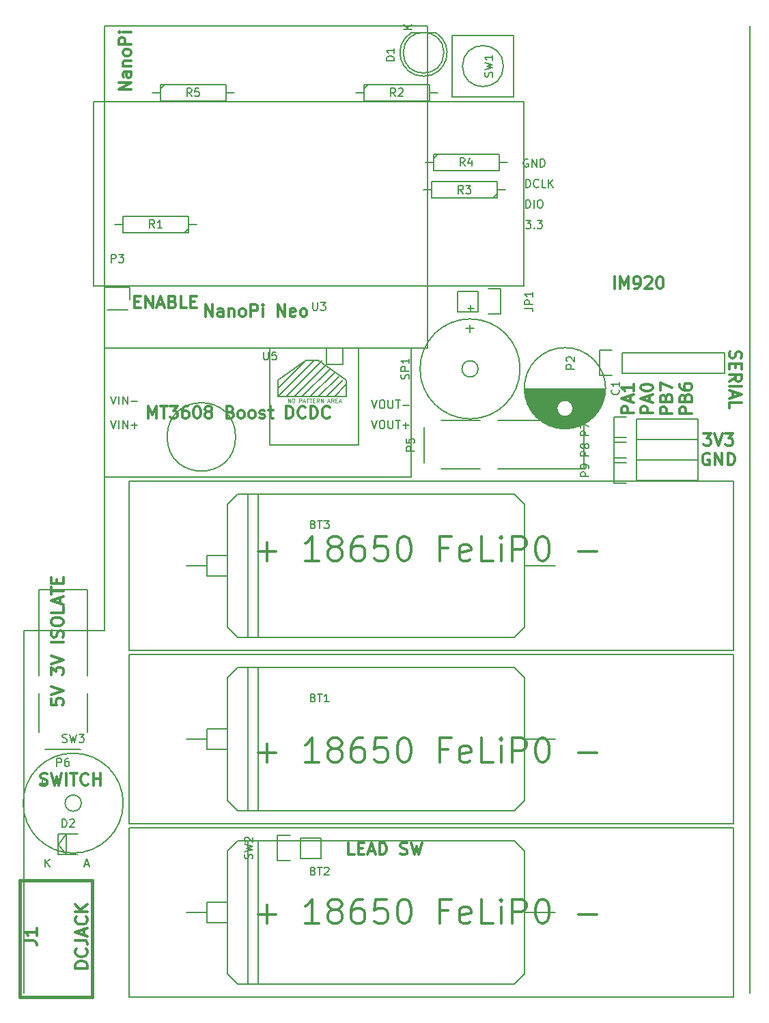
<source format=gbr>
G04 #@! TF.FileFunction,Legend,Top*
%FSLAX46Y46*%
G04 Gerber Fmt 4.6, Leading zero omitted, Abs format (unit mm)*
G04 Created by KiCad (PCBNEW 4.0.2+dfsg1-stable) date 2017年09月12日 18時24分26秒*
%MOMM*%
G01*
G04 APERTURE LIST*
%ADD10C,0.100000*%
%ADD11C,0.300000*%
%ADD12C,0.200000*%
%ADD13C,0.150000*%
%ADD14C,0.381000*%
%ADD15C,0.304800*%
%ADD16C,0.125000*%
G04 APERTURE END LIST*
D10*
D11*
X132053601Y-139073371D02*
X131339315Y-139073371D01*
X131339315Y-137573371D01*
X132553601Y-138287657D02*
X133053601Y-138287657D01*
X133267887Y-139073371D02*
X132553601Y-139073371D01*
X132553601Y-137573371D01*
X133267887Y-137573371D01*
X133839315Y-138644800D02*
X134553601Y-138644800D01*
X133696458Y-139073371D02*
X134196458Y-137573371D01*
X134696458Y-139073371D01*
X135196458Y-139073371D02*
X135196458Y-137573371D01*
X135553601Y-137573371D01*
X135767886Y-137644800D01*
X135910744Y-137787657D01*
X135982172Y-137930514D01*
X136053601Y-138216229D01*
X136053601Y-138430514D01*
X135982172Y-138716229D01*
X135910744Y-138859086D01*
X135767886Y-139001943D01*
X135553601Y-139073371D01*
X135196458Y-139073371D01*
X137767886Y-139001943D02*
X137982172Y-139073371D01*
X138339315Y-139073371D01*
X138482172Y-139001943D01*
X138553601Y-138930514D01*
X138625029Y-138787657D01*
X138625029Y-138644800D01*
X138553601Y-138501943D01*
X138482172Y-138430514D01*
X138339315Y-138359086D01*
X138053601Y-138287657D01*
X137910743Y-138216229D01*
X137839315Y-138144800D01*
X137767886Y-138001943D01*
X137767886Y-137859086D01*
X137839315Y-137716229D01*
X137910743Y-137644800D01*
X138053601Y-137573371D01*
X138410743Y-137573371D01*
X138625029Y-137644800D01*
X139125029Y-137573371D02*
X139482172Y-139073371D01*
X139767886Y-138001943D01*
X140053600Y-139073371D01*
X140410743Y-137573371D01*
X120085600Y-101459086D02*
X122371314Y-101459086D01*
X121228457Y-102601943D02*
X121228457Y-100316229D01*
X127657028Y-102601943D02*
X125942743Y-102601943D01*
X126799885Y-102601943D02*
X126799885Y-99601943D01*
X126514171Y-100030514D01*
X126228457Y-100316229D01*
X125942743Y-100459086D01*
X129371314Y-100887657D02*
X129085600Y-100744800D01*
X128942743Y-100601943D01*
X128799886Y-100316229D01*
X128799886Y-100173371D01*
X128942743Y-99887657D01*
X129085600Y-99744800D01*
X129371314Y-99601943D01*
X129942743Y-99601943D01*
X130228457Y-99744800D01*
X130371314Y-99887657D01*
X130514171Y-100173371D01*
X130514171Y-100316229D01*
X130371314Y-100601943D01*
X130228457Y-100744800D01*
X129942743Y-100887657D01*
X129371314Y-100887657D01*
X129085600Y-101030514D01*
X128942743Y-101173371D01*
X128799886Y-101459086D01*
X128799886Y-102030514D01*
X128942743Y-102316229D01*
X129085600Y-102459086D01*
X129371314Y-102601943D01*
X129942743Y-102601943D01*
X130228457Y-102459086D01*
X130371314Y-102316229D01*
X130514171Y-102030514D01*
X130514171Y-101459086D01*
X130371314Y-101173371D01*
X130228457Y-101030514D01*
X129942743Y-100887657D01*
X133085600Y-99601943D02*
X132514171Y-99601943D01*
X132228457Y-99744800D01*
X132085600Y-99887657D01*
X131799886Y-100316229D01*
X131657029Y-100887657D01*
X131657029Y-102030514D01*
X131799886Y-102316229D01*
X131942743Y-102459086D01*
X132228457Y-102601943D01*
X132799886Y-102601943D01*
X133085600Y-102459086D01*
X133228457Y-102316229D01*
X133371314Y-102030514D01*
X133371314Y-101316229D01*
X133228457Y-101030514D01*
X133085600Y-100887657D01*
X132799886Y-100744800D01*
X132228457Y-100744800D01*
X131942743Y-100887657D01*
X131799886Y-101030514D01*
X131657029Y-101316229D01*
X136085600Y-99601943D02*
X134657029Y-99601943D01*
X134514172Y-101030514D01*
X134657029Y-100887657D01*
X134942743Y-100744800D01*
X135657029Y-100744800D01*
X135942743Y-100887657D01*
X136085600Y-101030514D01*
X136228457Y-101316229D01*
X136228457Y-102030514D01*
X136085600Y-102316229D01*
X135942743Y-102459086D01*
X135657029Y-102601943D01*
X134942743Y-102601943D01*
X134657029Y-102459086D01*
X134514172Y-102316229D01*
X138085600Y-99601943D02*
X138371315Y-99601943D01*
X138657029Y-99744800D01*
X138799886Y-99887657D01*
X138942743Y-100173371D01*
X139085600Y-100744800D01*
X139085600Y-101459086D01*
X138942743Y-102030514D01*
X138799886Y-102316229D01*
X138657029Y-102459086D01*
X138371315Y-102601943D01*
X138085600Y-102601943D01*
X137799886Y-102459086D01*
X137657029Y-102316229D01*
X137514172Y-102030514D01*
X137371315Y-101459086D01*
X137371315Y-100744800D01*
X137514172Y-100173371D01*
X137657029Y-99887657D01*
X137799886Y-99744800D01*
X138085600Y-99601943D01*
X143657029Y-101030514D02*
X142657029Y-101030514D01*
X142657029Y-102601943D02*
X142657029Y-99601943D01*
X144085600Y-99601943D01*
X146371315Y-102459086D02*
X146085601Y-102601943D01*
X145514172Y-102601943D01*
X145228458Y-102459086D01*
X145085601Y-102173371D01*
X145085601Y-101030514D01*
X145228458Y-100744800D01*
X145514172Y-100601943D01*
X146085601Y-100601943D01*
X146371315Y-100744800D01*
X146514172Y-101030514D01*
X146514172Y-101316229D01*
X145085601Y-101601943D01*
X149228458Y-102601943D02*
X147799887Y-102601943D01*
X147799887Y-99601943D01*
X150228458Y-102601943D02*
X150228458Y-100601943D01*
X150228458Y-99601943D02*
X150085601Y-99744800D01*
X150228458Y-99887657D01*
X150371315Y-99744800D01*
X150228458Y-99601943D01*
X150228458Y-99887657D01*
X151657029Y-102601943D02*
X151657029Y-99601943D01*
X152799886Y-99601943D01*
X153085600Y-99744800D01*
X153228457Y-99887657D01*
X153371314Y-100173371D01*
X153371314Y-100601943D01*
X153228457Y-100887657D01*
X153085600Y-101030514D01*
X152799886Y-101173371D01*
X151657029Y-101173371D01*
X155228457Y-99601943D02*
X155514172Y-99601943D01*
X155799886Y-99744800D01*
X155942743Y-99887657D01*
X156085600Y-100173371D01*
X156228457Y-100744800D01*
X156228457Y-101459086D01*
X156085600Y-102030514D01*
X155942743Y-102316229D01*
X155799886Y-102459086D01*
X155514172Y-102601943D01*
X155228457Y-102601943D01*
X154942743Y-102459086D01*
X154799886Y-102316229D01*
X154657029Y-102030514D01*
X154514172Y-101459086D01*
X154514172Y-100744800D01*
X154657029Y-100173371D01*
X154799886Y-99887657D01*
X154942743Y-99744800D01*
X155228457Y-99601943D01*
X159799886Y-101459086D02*
X162085600Y-101459086D01*
X120085600Y-146459086D02*
X122371314Y-146459086D01*
X121228457Y-147601943D02*
X121228457Y-145316229D01*
X127657028Y-147601943D02*
X125942743Y-147601943D01*
X126799885Y-147601943D02*
X126799885Y-144601943D01*
X126514171Y-145030514D01*
X126228457Y-145316229D01*
X125942743Y-145459086D01*
X129371314Y-145887657D02*
X129085600Y-145744800D01*
X128942743Y-145601943D01*
X128799886Y-145316229D01*
X128799886Y-145173371D01*
X128942743Y-144887657D01*
X129085600Y-144744800D01*
X129371314Y-144601943D01*
X129942743Y-144601943D01*
X130228457Y-144744800D01*
X130371314Y-144887657D01*
X130514171Y-145173371D01*
X130514171Y-145316229D01*
X130371314Y-145601943D01*
X130228457Y-145744800D01*
X129942743Y-145887657D01*
X129371314Y-145887657D01*
X129085600Y-146030514D01*
X128942743Y-146173371D01*
X128799886Y-146459086D01*
X128799886Y-147030514D01*
X128942743Y-147316229D01*
X129085600Y-147459086D01*
X129371314Y-147601943D01*
X129942743Y-147601943D01*
X130228457Y-147459086D01*
X130371314Y-147316229D01*
X130514171Y-147030514D01*
X130514171Y-146459086D01*
X130371314Y-146173371D01*
X130228457Y-146030514D01*
X129942743Y-145887657D01*
X133085600Y-144601943D02*
X132514171Y-144601943D01*
X132228457Y-144744800D01*
X132085600Y-144887657D01*
X131799886Y-145316229D01*
X131657029Y-145887657D01*
X131657029Y-147030514D01*
X131799886Y-147316229D01*
X131942743Y-147459086D01*
X132228457Y-147601943D01*
X132799886Y-147601943D01*
X133085600Y-147459086D01*
X133228457Y-147316229D01*
X133371314Y-147030514D01*
X133371314Y-146316229D01*
X133228457Y-146030514D01*
X133085600Y-145887657D01*
X132799886Y-145744800D01*
X132228457Y-145744800D01*
X131942743Y-145887657D01*
X131799886Y-146030514D01*
X131657029Y-146316229D01*
X136085600Y-144601943D02*
X134657029Y-144601943D01*
X134514172Y-146030514D01*
X134657029Y-145887657D01*
X134942743Y-145744800D01*
X135657029Y-145744800D01*
X135942743Y-145887657D01*
X136085600Y-146030514D01*
X136228457Y-146316229D01*
X136228457Y-147030514D01*
X136085600Y-147316229D01*
X135942743Y-147459086D01*
X135657029Y-147601943D01*
X134942743Y-147601943D01*
X134657029Y-147459086D01*
X134514172Y-147316229D01*
X138085600Y-144601943D02*
X138371315Y-144601943D01*
X138657029Y-144744800D01*
X138799886Y-144887657D01*
X138942743Y-145173371D01*
X139085600Y-145744800D01*
X139085600Y-146459086D01*
X138942743Y-147030514D01*
X138799886Y-147316229D01*
X138657029Y-147459086D01*
X138371315Y-147601943D01*
X138085600Y-147601943D01*
X137799886Y-147459086D01*
X137657029Y-147316229D01*
X137514172Y-147030514D01*
X137371315Y-146459086D01*
X137371315Y-145744800D01*
X137514172Y-145173371D01*
X137657029Y-144887657D01*
X137799886Y-144744800D01*
X138085600Y-144601943D01*
X143657029Y-146030514D02*
X142657029Y-146030514D01*
X142657029Y-147601943D02*
X142657029Y-144601943D01*
X144085600Y-144601943D01*
X146371315Y-147459086D02*
X146085601Y-147601943D01*
X145514172Y-147601943D01*
X145228458Y-147459086D01*
X145085601Y-147173371D01*
X145085601Y-146030514D01*
X145228458Y-145744800D01*
X145514172Y-145601943D01*
X146085601Y-145601943D01*
X146371315Y-145744800D01*
X146514172Y-146030514D01*
X146514172Y-146316229D01*
X145085601Y-146601943D01*
X149228458Y-147601943D02*
X147799887Y-147601943D01*
X147799887Y-144601943D01*
X150228458Y-147601943D02*
X150228458Y-145601943D01*
X150228458Y-144601943D02*
X150085601Y-144744800D01*
X150228458Y-144887657D01*
X150371315Y-144744800D01*
X150228458Y-144601943D01*
X150228458Y-144887657D01*
X151657029Y-147601943D02*
X151657029Y-144601943D01*
X152799886Y-144601943D01*
X153085600Y-144744800D01*
X153228457Y-144887657D01*
X153371314Y-145173371D01*
X153371314Y-145601943D01*
X153228457Y-145887657D01*
X153085600Y-146030514D01*
X152799886Y-146173371D01*
X151657029Y-146173371D01*
X155228457Y-144601943D02*
X155514172Y-144601943D01*
X155799886Y-144744800D01*
X155942743Y-144887657D01*
X156085600Y-145173371D01*
X156228457Y-145744800D01*
X156228457Y-146459086D01*
X156085600Y-147030514D01*
X155942743Y-147316229D01*
X155799886Y-147459086D01*
X155514172Y-147601943D01*
X155228457Y-147601943D01*
X154942743Y-147459086D01*
X154799886Y-147316229D01*
X154657029Y-147030514D01*
X154514172Y-146459086D01*
X154514172Y-145744800D01*
X154657029Y-145173371D01*
X154799886Y-144887657D01*
X154942743Y-144744800D01*
X155228457Y-144601943D01*
X159799886Y-146459086D02*
X162085600Y-146459086D01*
X120085600Y-126459086D02*
X122371314Y-126459086D01*
X121228457Y-127601943D02*
X121228457Y-125316229D01*
X127657028Y-127601943D02*
X125942743Y-127601943D01*
X126799885Y-127601943D02*
X126799885Y-124601943D01*
X126514171Y-125030514D01*
X126228457Y-125316229D01*
X125942743Y-125459086D01*
X129371314Y-125887657D02*
X129085600Y-125744800D01*
X128942743Y-125601943D01*
X128799886Y-125316229D01*
X128799886Y-125173371D01*
X128942743Y-124887657D01*
X129085600Y-124744800D01*
X129371314Y-124601943D01*
X129942743Y-124601943D01*
X130228457Y-124744800D01*
X130371314Y-124887657D01*
X130514171Y-125173371D01*
X130514171Y-125316229D01*
X130371314Y-125601943D01*
X130228457Y-125744800D01*
X129942743Y-125887657D01*
X129371314Y-125887657D01*
X129085600Y-126030514D01*
X128942743Y-126173371D01*
X128799886Y-126459086D01*
X128799886Y-127030514D01*
X128942743Y-127316229D01*
X129085600Y-127459086D01*
X129371314Y-127601943D01*
X129942743Y-127601943D01*
X130228457Y-127459086D01*
X130371314Y-127316229D01*
X130514171Y-127030514D01*
X130514171Y-126459086D01*
X130371314Y-126173371D01*
X130228457Y-126030514D01*
X129942743Y-125887657D01*
X133085600Y-124601943D02*
X132514171Y-124601943D01*
X132228457Y-124744800D01*
X132085600Y-124887657D01*
X131799886Y-125316229D01*
X131657029Y-125887657D01*
X131657029Y-127030514D01*
X131799886Y-127316229D01*
X131942743Y-127459086D01*
X132228457Y-127601943D01*
X132799886Y-127601943D01*
X133085600Y-127459086D01*
X133228457Y-127316229D01*
X133371314Y-127030514D01*
X133371314Y-126316229D01*
X133228457Y-126030514D01*
X133085600Y-125887657D01*
X132799886Y-125744800D01*
X132228457Y-125744800D01*
X131942743Y-125887657D01*
X131799886Y-126030514D01*
X131657029Y-126316229D01*
X136085600Y-124601943D02*
X134657029Y-124601943D01*
X134514172Y-126030514D01*
X134657029Y-125887657D01*
X134942743Y-125744800D01*
X135657029Y-125744800D01*
X135942743Y-125887657D01*
X136085600Y-126030514D01*
X136228457Y-126316229D01*
X136228457Y-127030514D01*
X136085600Y-127316229D01*
X135942743Y-127459086D01*
X135657029Y-127601943D01*
X134942743Y-127601943D01*
X134657029Y-127459086D01*
X134514172Y-127316229D01*
X138085600Y-124601943D02*
X138371315Y-124601943D01*
X138657029Y-124744800D01*
X138799886Y-124887657D01*
X138942743Y-125173371D01*
X139085600Y-125744800D01*
X139085600Y-126459086D01*
X138942743Y-127030514D01*
X138799886Y-127316229D01*
X138657029Y-127459086D01*
X138371315Y-127601943D01*
X138085600Y-127601943D01*
X137799886Y-127459086D01*
X137657029Y-127316229D01*
X137514172Y-127030514D01*
X137371315Y-126459086D01*
X137371315Y-125744800D01*
X137514172Y-125173371D01*
X137657029Y-124887657D01*
X137799886Y-124744800D01*
X138085600Y-124601943D01*
X143657029Y-126030514D02*
X142657029Y-126030514D01*
X142657029Y-127601943D02*
X142657029Y-124601943D01*
X144085600Y-124601943D01*
X146371315Y-127459086D02*
X146085601Y-127601943D01*
X145514172Y-127601943D01*
X145228458Y-127459086D01*
X145085601Y-127173371D01*
X145085601Y-126030514D01*
X145228458Y-125744800D01*
X145514172Y-125601943D01*
X146085601Y-125601943D01*
X146371315Y-125744800D01*
X146514172Y-126030514D01*
X146514172Y-126316229D01*
X145085601Y-126601943D01*
X149228458Y-127601943D02*
X147799887Y-127601943D01*
X147799887Y-124601943D01*
X150228458Y-127601943D02*
X150228458Y-125601943D01*
X150228458Y-124601943D02*
X150085601Y-124744800D01*
X150228458Y-124887657D01*
X150371315Y-124744800D01*
X150228458Y-124601943D01*
X150228458Y-124887657D01*
X151657029Y-127601943D02*
X151657029Y-124601943D01*
X152799886Y-124601943D01*
X153085600Y-124744800D01*
X153228457Y-124887657D01*
X153371314Y-125173371D01*
X153371314Y-125601943D01*
X153228457Y-125887657D01*
X153085600Y-126030514D01*
X152799886Y-126173371D01*
X151657029Y-126173371D01*
X155228457Y-124601943D02*
X155514172Y-124601943D01*
X155799886Y-124744800D01*
X155942743Y-124887657D01*
X156085600Y-125173371D01*
X156228457Y-125744800D01*
X156228457Y-126459086D01*
X156085600Y-127030514D01*
X155942743Y-127316229D01*
X155799886Y-127459086D01*
X155514172Y-127601943D01*
X155228457Y-127601943D01*
X154942743Y-127459086D01*
X154799886Y-127316229D01*
X154657029Y-127030514D01*
X154514172Y-126459086D01*
X154514172Y-125744800D01*
X154657029Y-125173371D01*
X154799886Y-124887657D01*
X154942743Y-124744800D01*
X155228457Y-124601943D01*
X159799886Y-126459086D02*
X162085600Y-126459086D01*
X93140800Y-130391343D02*
X93355086Y-130462771D01*
X93712229Y-130462771D01*
X93855086Y-130391343D01*
X93926515Y-130319914D01*
X93997943Y-130177057D01*
X93997943Y-130034200D01*
X93926515Y-129891343D01*
X93855086Y-129819914D01*
X93712229Y-129748486D01*
X93426515Y-129677057D01*
X93283657Y-129605629D01*
X93212229Y-129534200D01*
X93140800Y-129391343D01*
X93140800Y-129248486D01*
X93212229Y-129105629D01*
X93283657Y-129034200D01*
X93426515Y-128962771D01*
X93783657Y-128962771D01*
X93997943Y-129034200D01*
X94497943Y-128962771D02*
X94855086Y-130462771D01*
X95140800Y-129391343D01*
X95426514Y-130462771D01*
X95783657Y-128962771D01*
X96355086Y-130462771D02*
X96355086Y-128962771D01*
X96855086Y-128962771D02*
X97712229Y-128962771D01*
X97283658Y-130462771D02*
X97283658Y-128962771D01*
X99069372Y-130319914D02*
X98997943Y-130391343D01*
X98783657Y-130462771D01*
X98640800Y-130462771D01*
X98426515Y-130391343D01*
X98283657Y-130248486D01*
X98212229Y-130105629D01*
X98140800Y-129819914D01*
X98140800Y-129605629D01*
X98212229Y-129319914D01*
X98283657Y-129177057D01*
X98426515Y-129034200D01*
X98640800Y-128962771D01*
X98783657Y-128962771D01*
X98997943Y-129034200D01*
X99069372Y-129105629D01*
X99712229Y-130462771D02*
X99712229Y-128962771D01*
X99712229Y-129677057D02*
X100569372Y-129677057D01*
X100569372Y-130462771D02*
X100569372Y-128962771D01*
X106479115Y-84945971D02*
X106479115Y-83445971D01*
X106979115Y-84517400D01*
X107479115Y-83445971D01*
X107479115Y-84945971D01*
X107979115Y-83445971D02*
X108836258Y-83445971D01*
X108407687Y-84945971D02*
X108407687Y-83445971D01*
X109193401Y-83445971D02*
X110121972Y-83445971D01*
X109621972Y-84017400D01*
X109836258Y-84017400D01*
X109979115Y-84088829D01*
X110050544Y-84160257D01*
X110121972Y-84303114D01*
X110121972Y-84660257D01*
X110050544Y-84803114D01*
X109979115Y-84874543D01*
X109836258Y-84945971D01*
X109407686Y-84945971D01*
X109264829Y-84874543D01*
X109193401Y-84803114D01*
X111407686Y-83445971D02*
X111121972Y-83445971D01*
X110979115Y-83517400D01*
X110907686Y-83588829D01*
X110764829Y-83803114D01*
X110693400Y-84088829D01*
X110693400Y-84660257D01*
X110764829Y-84803114D01*
X110836257Y-84874543D01*
X110979115Y-84945971D01*
X111264829Y-84945971D01*
X111407686Y-84874543D01*
X111479115Y-84803114D01*
X111550543Y-84660257D01*
X111550543Y-84303114D01*
X111479115Y-84160257D01*
X111407686Y-84088829D01*
X111264829Y-84017400D01*
X110979115Y-84017400D01*
X110836257Y-84088829D01*
X110764829Y-84160257D01*
X110693400Y-84303114D01*
X112479114Y-83445971D02*
X112621971Y-83445971D01*
X112764828Y-83517400D01*
X112836257Y-83588829D01*
X112907686Y-83731686D01*
X112979114Y-84017400D01*
X112979114Y-84374543D01*
X112907686Y-84660257D01*
X112836257Y-84803114D01*
X112764828Y-84874543D01*
X112621971Y-84945971D01*
X112479114Y-84945971D01*
X112336257Y-84874543D01*
X112264828Y-84803114D01*
X112193400Y-84660257D01*
X112121971Y-84374543D01*
X112121971Y-84017400D01*
X112193400Y-83731686D01*
X112264828Y-83588829D01*
X112336257Y-83517400D01*
X112479114Y-83445971D01*
X113836257Y-84088829D02*
X113693399Y-84017400D01*
X113621971Y-83945971D01*
X113550542Y-83803114D01*
X113550542Y-83731686D01*
X113621971Y-83588829D01*
X113693399Y-83517400D01*
X113836257Y-83445971D01*
X114121971Y-83445971D01*
X114264828Y-83517400D01*
X114336257Y-83588829D01*
X114407685Y-83731686D01*
X114407685Y-83803114D01*
X114336257Y-83945971D01*
X114264828Y-84017400D01*
X114121971Y-84088829D01*
X113836257Y-84088829D01*
X113693399Y-84160257D01*
X113621971Y-84231686D01*
X113550542Y-84374543D01*
X113550542Y-84660257D01*
X113621971Y-84803114D01*
X113693399Y-84874543D01*
X113836257Y-84945971D01*
X114121971Y-84945971D01*
X114264828Y-84874543D01*
X114336257Y-84803114D01*
X114407685Y-84660257D01*
X114407685Y-84374543D01*
X114336257Y-84231686D01*
X114264828Y-84160257D01*
X114121971Y-84088829D01*
X116693399Y-84160257D02*
X116907685Y-84231686D01*
X116979113Y-84303114D01*
X117050542Y-84445971D01*
X117050542Y-84660257D01*
X116979113Y-84803114D01*
X116907685Y-84874543D01*
X116764827Y-84945971D01*
X116193399Y-84945971D01*
X116193399Y-83445971D01*
X116693399Y-83445971D01*
X116836256Y-83517400D01*
X116907685Y-83588829D01*
X116979113Y-83731686D01*
X116979113Y-83874543D01*
X116907685Y-84017400D01*
X116836256Y-84088829D01*
X116693399Y-84160257D01*
X116193399Y-84160257D01*
X117907685Y-84945971D02*
X117764827Y-84874543D01*
X117693399Y-84803114D01*
X117621970Y-84660257D01*
X117621970Y-84231686D01*
X117693399Y-84088829D01*
X117764827Y-84017400D01*
X117907685Y-83945971D01*
X118121970Y-83945971D01*
X118264827Y-84017400D01*
X118336256Y-84088829D01*
X118407685Y-84231686D01*
X118407685Y-84660257D01*
X118336256Y-84803114D01*
X118264827Y-84874543D01*
X118121970Y-84945971D01*
X117907685Y-84945971D01*
X119264828Y-84945971D02*
X119121970Y-84874543D01*
X119050542Y-84803114D01*
X118979113Y-84660257D01*
X118979113Y-84231686D01*
X119050542Y-84088829D01*
X119121970Y-84017400D01*
X119264828Y-83945971D01*
X119479113Y-83945971D01*
X119621970Y-84017400D01*
X119693399Y-84088829D01*
X119764828Y-84231686D01*
X119764828Y-84660257D01*
X119693399Y-84803114D01*
X119621970Y-84874543D01*
X119479113Y-84945971D01*
X119264828Y-84945971D01*
X120336256Y-84874543D02*
X120479113Y-84945971D01*
X120764828Y-84945971D01*
X120907685Y-84874543D01*
X120979113Y-84731686D01*
X120979113Y-84660257D01*
X120907685Y-84517400D01*
X120764828Y-84445971D01*
X120550542Y-84445971D01*
X120407685Y-84374543D01*
X120336256Y-84231686D01*
X120336256Y-84160257D01*
X120407685Y-84017400D01*
X120550542Y-83945971D01*
X120764828Y-83945971D01*
X120907685Y-84017400D01*
X121407685Y-83945971D02*
X121979114Y-83945971D01*
X121621971Y-83445971D02*
X121621971Y-84731686D01*
X121693399Y-84874543D01*
X121836257Y-84945971D01*
X121979114Y-84945971D01*
X123621971Y-84945971D02*
X123621971Y-83445971D01*
X123979114Y-83445971D01*
X124193399Y-83517400D01*
X124336257Y-83660257D01*
X124407685Y-83803114D01*
X124479114Y-84088829D01*
X124479114Y-84303114D01*
X124407685Y-84588829D01*
X124336257Y-84731686D01*
X124193399Y-84874543D01*
X123979114Y-84945971D01*
X123621971Y-84945971D01*
X125979114Y-84803114D02*
X125907685Y-84874543D01*
X125693399Y-84945971D01*
X125550542Y-84945971D01*
X125336257Y-84874543D01*
X125193399Y-84731686D01*
X125121971Y-84588829D01*
X125050542Y-84303114D01*
X125050542Y-84088829D01*
X125121971Y-83803114D01*
X125193399Y-83660257D01*
X125336257Y-83517400D01*
X125550542Y-83445971D01*
X125693399Y-83445971D01*
X125907685Y-83517400D01*
X125979114Y-83588829D01*
X126621971Y-84945971D02*
X126621971Y-83445971D01*
X126979114Y-83445971D01*
X127193399Y-83517400D01*
X127336257Y-83660257D01*
X127407685Y-83803114D01*
X127479114Y-84088829D01*
X127479114Y-84303114D01*
X127407685Y-84588829D01*
X127336257Y-84731686D01*
X127193399Y-84874543D01*
X126979114Y-84945971D01*
X126621971Y-84945971D01*
X128979114Y-84803114D02*
X128907685Y-84874543D01*
X128693399Y-84945971D01*
X128550542Y-84945971D01*
X128336257Y-84874543D01*
X128193399Y-84731686D01*
X128121971Y-84588829D01*
X128050542Y-84303114D01*
X128050542Y-84088829D01*
X128121971Y-83803114D01*
X128193399Y-83660257D01*
X128336257Y-83517400D01*
X128550542Y-83445971D01*
X128693399Y-83445971D01*
X128907685Y-83517400D01*
X128979114Y-83588829D01*
X113577000Y-72322171D02*
X113577000Y-70822171D01*
X114434143Y-72322171D01*
X114434143Y-70822171D01*
X115791286Y-72322171D02*
X115791286Y-71536457D01*
X115719857Y-71393600D01*
X115577000Y-71322171D01*
X115291286Y-71322171D01*
X115148429Y-71393600D01*
X115791286Y-72250743D02*
X115648429Y-72322171D01*
X115291286Y-72322171D01*
X115148429Y-72250743D01*
X115077000Y-72107886D01*
X115077000Y-71965029D01*
X115148429Y-71822171D01*
X115291286Y-71750743D01*
X115648429Y-71750743D01*
X115791286Y-71679314D01*
X116505572Y-71322171D02*
X116505572Y-72322171D01*
X116505572Y-71465029D02*
X116577000Y-71393600D01*
X116719858Y-71322171D01*
X116934143Y-71322171D01*
X117077000Y-71393600D01*
X117148429Y-71536457D01*
X117148429Y-72322171D01*
X118077001Y-72322171D02*
X117934143Y-72250743D01*
X117862715Y-72179314D01*
X117791286Y-72036457D01*
X117791286Y-71607886D01*
X117862715Y-71465029D01*
X117934143Y-71393600D01*
X118077001Y-71322171D01*
X118291286Y-71322171D01*
X118434143Y-71393600D01*
X118505572Y-71465029D01*
X118577001Y-71607886D01*
X118577001Y-72036457D01*
X118505572Y-72179314D01*
X118434143Y-72250743D01*
X118291286Y-72322171D01*
X118077001Y-72322171D01*
X119219858Y-72322171D02*
X119219858Y-70822171D01*
X119791286Y-70822171D01*
X119934144Y-70893600D01*
X120005572Y-70965029D01*
X120077001Y-71107886D01*
X120077001Y-71322171D01*
X120005572Y-71465029D01*
X119934144Y-71536457D01*
X119791286Y-71607886D01*
X119219858Y-71607886D01*
X120719858Y-72322171D02*
X120719858Y-71322171D01*
X120719858Y-70822171D02*
X120648429Y-70893600D01*
X120719858Y-70965029D01*
X120791286Y-70893600D01*
X120719858Y-70822171D01*
X120719858Y-70965029D01*
X122577001Y-72322171D02*
X122577001Y-70822171D01*
X123434144Y-72322171D01*
X123434144Y-70822171D01*
X124719858Y-72250743D02*
X124577001Y-72322171D01*
X124291287Y-72322171D01*
X124148430Y-72250743D01*
X124077001Y-72107886D01*
X124077001Y-71536457D01*
X124148430Y-71393600D01*
X124291287Y-71322171D01*
X124577001Y-71322171D01*
X124719858Y-71393600D01*
X124791287Y-71536457D01*
X124791287Y-71679314D01*
X124077001Y-71822171D01*
X125648430Y-72322171D02*
X125505572Y-72250743D01*
X125434144Y-72179314D01*
X125362715Y-72036457D01*
X125362715Y-71607886D01*
X125434144Y-71465029D01*
X125505572Y-71393600D01*
X125648430Y-71322171D01*
X125862715Y-71322171D01*
X126005572Y-71393600D01*
X126077001Y-71465029D01*
X126148430Y-71607886D01*
X126148430Y-72036457D01*
X126077001Y-72179314D01*
X126005572Y-72250743D01*
X125862715Y-72322171D01*
X125648430Y-72322171D01*
X104351171Y-44176229D02*
X102851171Y-44176229D01*
X104351171Y-43319086D01*
X102851171Y-43319086D01*
X104351171Y-41961943D02*
X103565457Y-41961943D01*
X103422600Y-42033372D01*
X103351171Y-42176229D01*
X103351171Y-42461943D01*
X103422600Y-42604800D01*
X104279743Y-41961943D02*
X104351171Y-42104800D01*
X104351171Y-42461943D01*
X104279743Y-42604800D01*
X104136886Y-42676229D01*
X103994029Y-42676229D01*
X103851171Y-42604800D01*
X103779743Y-42461943D01*
X103779743Y-42104800D01*
X103708314Y-41961943D01*
X103351171Y-41247657D02*
X104351171Y-41247657D01*
X103494029Y-41247657D02*
X103422600Y-41176229D01*
X103351171Y-41033371D01*
X103351171Y-40819086D01*
X103422600Y-40676229D01*
X103565457Y-40604800D01*
X104351171Y-40604800D01*
X104351171Y-39676228D02*
X104279743Y-39819086D01*
X104208314Y-39890514D01*
X104065457Y-39961943D01*
X103636886Y-39961943D01*
X103494029Y-39890514D01*
X103422600Y-39819086D01*
X103351171Y-39676228D01*
X103351171Y-39461943D01*
X103422600Y-39319086D01*
X103494029Y-39247657D01*
X103636886Y-39176228D01*
X104065457Y-39176228D01*
X104208314Y-39247657D01*
X104279743Y-39319086D01*
X104351171Y-39461943D01*
X104351171Y-39676228D01*
X104351171Y-38533371D02*
X102851171Y-38533371D01*
X102851171Y-37961943D01*
X102922600Y-37819085D01*
X102994029Y-37747657D01*
X103136886Y-37676228D01*
X103351171Y-37676228D01*
X103494029Y-37747657D01*
X103565457Y-37819085D01*
X103636886Y-37961943D01*
X103636886Y-38533371D01*
X104351171Y-37033371D02*
X103351171Y-37033371D01*
X102851171Y-37033371D02*
X102922600Y-37104800D01*
X102994029Y-37033371D01*
X102922600Y-36961943D01*
X102851171Y-37033371D01*
X102994029Y-37033371D01*
X164299601Y-68867771D02*
X164299601Y-67367771D01*
X165013887Y-68867771D02*
X165013887Y-67367771D01*
X165513887Y-68439200D01*
X166013887Y-67367771D01*
X166013887Y-68867771D01*
X166799601Y-68867771D02*
X167085316Y-68867771D01*
X167228173Y-68796343D01*
X167299601Y-68724914D01*
X167442459Y-68510629D01*
X167513887Y-68224914D01*
X167513887Y-67653486D01*
X167442459Y-67510629D01*
X167371030Y-67439200D01*
X167228173Y-67367771D01*
X166942459Y-67367771D01*
X166799601Y-67439200D01*
X166728173Y-67510629D01*
X166656744Y-67653486D01*
X166656744Y-68010629D01*
X166728173Y-68153486D01*
X166799601Y-68224914D01*
X166942459Y-68296343D01*
X167228173Y-68296343D01*
X167371030Y-68224914D01*
X167442459Y-68153486D01*
X167513887Y-68010629D01*
X168085315Y-67510629D02*
X168156744Y-67439200D01*
X168299601Y-67367771D01*
X168656744Y-67367771D01*
X168799601Y-67439200D01*
X168871030Y-67510629D01*
X168942458Y-67653486D01*
X168942458Y-67796343D01*
X168871030Y-68010629D01*
X168013887Y-68867771D01*
X168942458Y-68867771D01*
X169871029Y-67367771D02*
X170013886Y-67367771D01*
X170156743Y-67439200D01*
X170228172Y-67510629D01*
X170299601Y-67653486D01*
X170371029Y-67939200D01*
X170371029Y-68296343D01*
X170299601Y-68582057D01*
X170228172Y-68724914D01*
X170156743Y-68796343D01*
X170013886Y-68867771D01*
X169871029Y-68867771D01*
X169728172Y-68796343D01*
X169656743Y-68724914D01*
X169585315Y-68582057D01*
X169513886Y-68296343D01*
X169513886Y-67939200D01*
X169585315Y-67653486D01*
X169656743Y-67510629D01*
X169728172Y-67439200D01*
X169871029Y-67367771D01*
X104839886Y-70469657D02*
X105339886Y-70469657D01*
X105554172Y-71255371D02*
X104839886Y-71255371D01*
X104839886Y-69755371D01*
X105554172Y-69755371D01*
X106197029Y-71255371D02*
X106197029Y-69755371D01*
X107054172Y-71255371D01*
X107054172Y-69755371D01*
X107697029Y-70826800D02*
X108411315Y-70826800D01*
X107554172Y-71255371D02*
X108054172Y-69755371D01*
X108554172Y-71255371D01*
X109554172Y-70469657D02*
X109768458Y-70541086D01*
X109839886Y-70612514D01*
X109911315Y-70755371D01*
X109911315Y-70969657D01*
X109839886Y-71112514D01*
X109768458Y-71183943D01*
X109625600Y-71255371D01*
X109054172Y-71255371D01*
X109054172Y-69755371D01*
X109554172Y-69755371D01*
X109697029Y-69826800D01*
X109768458Y-69898229D01*
X109839886Y-70041086D01*
X109839886Y-70183943D01*
X109768458Y-70326800D01*
X109697029Y-70398229D01*
X109554172Y-70469657D01*
X109054172Y-70469657D01*
X111268458Y-71255371D02*
X110554172Y-71255371D01*
X110554172Y-69755371D01*
X111768458Y-70469657D02*
X112268458Y-70469657D01*
X112482744Y-71255371D02*
X111768458Y-71255371D01*
X111768458Y-69755371D01*
X112482744Y-69755371D01*
X166664171Y-84264799D02*
X165164171Y-84264799D01*
X165164171Y-83693371D01*
X165235600Y-83550513D01*
X165307029Y-83479085D01*
X165449886Y-83407656D01*
X165664171Y-83407656D01*
X165807029Y-83479085D01*
X165878457Y-83550513D01*
X165949886Y-83693371D01*
X165949886Y-84264799D01*
X166235600Y-82836228D02*
X166235600Y-82121942D01*
X166664171Y-82979085D02*
X165164171Y-82479085D01*
X166664171Y-81979085D01*
X166664171Y-80693371D02*
X166664171Y-81550514D01*
X166664171Y-81121942D02*
X165164171Y-81121942D01*
X165378457Y-81264799D01*
X165521314Y-81407657D01*
X165592743Y-81550514D01*
X169064171Y-84264799D02*
X167564171Y-84264799D01*
X167564171Y-83693371D01*
X167635600Y-83550513D01*
X167707029Y-83479085D01*
X167849886Y-83407656D01*
X168064171Y-83407656D01*
X168207029Y-83479085D01*
X168278457Y-83550513D01*
X168349886Y-83693371D01*
X168349886Y-84264799D01*
X168635600Y-82836228D02*
X168635600Y-82121942D01*
X169064171Y-82979085D02*
X167564171Y-82479085D01*
X169064171Y-81979085D01*
X167564171Y-81193371D02*
X167564171Y-81050514D01*
X167635600Y-80907657D01*
X167707029Y-80836228D01*
X167849886Y-80764799D01*
X168135600Y-80693371D01*
X168492743Y-80693371D01*
X168778457Y-80764799D01*
X168921314Y-80836228D01*
X168992743Y-80907657D01*
X169064171Y-81050514D01*
X169064171Y-81193371D01*
X168992743Y-81336228D01*
X168921314Y-81407657D01*
X168778457Y-81479085D01*
X168492743Y-81550514D01*
X168135600Y-81550514D01*
X167849886Y-81479085D01*
X167707029Y-81407657D01*
X167635600Y-81336228D01*
X167564171Y-81193371D01*
X171464171Y-84371942D02*
X169964171Y-84371942D01*
X169964171Y-83800514D01*
X170035600Y-83657656D01*
X170107029Y-83586228D01*
X170249886Y-83514799D01*
X170464171Y-83514799D01*
X170607029Y-83586228D01*
X170678457Y-83657656D01*
X170749886Y-83800514D01*
X170749886Y-84371942D01*
X170678457Y-82371942D02*
X170749886Y-82157656D01*
X170821314Y-82086228D01*
X170964171Y-82014799D01*
X171178457Y-82014799D01*
X171321314Y-82086228D01*
X171392743Y-82157656D01*
X171464171Y-82300514D01*
X171464171Y-82871942D01*
X169964171Y-82871942D01*
X169964171Y-82371942D01*
X170035600Y-82229085D01*
X170107029Y-82157656D01*
X170249886Y-82086228D01*
X170392743Y-82086228D01*
X170535600Y-82157656D01*
X170607029Y-82229085D01*
X170678457Y-82371942D01*
X170678457Y-82871942D01*
X169964171Y-81514799D02*
X169964171Y-80514799D01*
X171464171Y-81157656D01*
X173864171Y-84371942D02*
X172364171Y-84371942D01*
X172364171Y-83800514D01*
X172435600Y-83657656D01*
X172507029Y-83586228D01*
X172649886Y-83514799D01*
X172864171Y-83514799D01*
X173007029Y-83586228D01*
X173078457Y-83657656D01*
X173149886Y-83800514D01*
X173149886Y-84371942D01*
X173078457Y-82371942D02*
X173149886Y-82157656D01*
X173221314Y-82086228D01*
X173364171Y-82014799D01*
X173578457Y-82014799D01*
X173721314Y-82086228D01*
X173792743Y-82157656D01*
X173864171Y-82300514D01*
X173864171Y-82871942D01*
X172364171Y-82871942D01*
X172364171Y-82371942D01*
X172435600Y-82229085D01*
X172507029Y-82157656D01*
X172649886Y-82086228D01*
X172792743Y-82086228D01*
X172935600Y-82157656D01*
X173007029Y-82229085D01*
X173078457Y-82371942D01*
X173078457Y-82871942D01*
X172364171Y-80729085D02*
X172364171Y-81014799D01*
X172435600Y-81157656D01*
X172507029Y-81229085D01*
X172721314Y-81371942D01*
X173007029Y-81443371D01*
X173578457Y-81443371D01*
X173721314Y-81371942D01*
X173792743Y-81300514D01*
X173864171Y-81157656D01*
X173864171Y-80871942D01*
X173792743Y-80729085D01*
X173721314Y-80657656D01*
X173578457Y-80586228D01*
X173221314Y-80586228D01*
X173078457Y-80657656D01*
X173007029Y-80729085D01*
X172935600Y-80871942D01*
X172935600Y-81157656D01*
X173007029Y-81300514D01*
X173078457Y-81371942D01*
X173221314Y-81443371D01*
X175348458Y-86843371D02*
X176277029Y-86843371D01*
X175777029Y-87414800D01*
X175991315Y-87414800D01*
X176134172Y-87486229D01*
X176205601Y-87557657D01*
X176277029Y-87700514D01*
X176277029Y-88057657D01*
X176205601Y-88200514D01*
X176134172Y-88271943D01*
X175991315Y-88343371D01*
X175562743Y-88343371D01*
X175419886Y-88271943D01*
X175348458Y-88200514D01*
X176705600Y-86843371D02*
X177205600Y-88343371D01*
X177705600Y-86843371D01*
X178062743Y-86843371D02*
X178991314Y-86843371D01*
X178491314Y-87414800D01*
X178705600Y-87414800D01*
X178848457Y-87486229D01*
X178919886Y-87557657D01*
X178991314Y-87700514D01*
X178991314Y-88057657D01*
X178919886Y-88200514D01*
X178848457Y-88271943D01*
X178705600Y-88343371D01*
X178277028Y-88343371D01*
X178134171Y-88271943D01*
X178062743Y-88200514D01*
X176062743Y-89314800D02*
X175919886Y-89243371D01*
X175705600Y-89243371D01*
X175491315Y-89314800D01*
X175348457Y-89457657D01*
X175277029Y-89600514D01*
X175205600Y-89886229D01*
X175205600Y-90100514D01*
X175277029Y-90386229D01*
X175348457Y-90529086D01*
X175491315Y-90671943D01*
X175705600Y-90743371D01*
X175848457Y-90743371D01*
X176062743Y-90671943D01*
X176134172Y-90600514D01*
X176134172Y-90100514D01*
X175848457Y-90100514D01*
X176777029Y-90743371D02*
X176777029Y-89243371D01*
X177634172Y-90743371D01*
X177634172Y-89243371D01*
X178348458Y-90743371D02*
X178348458Y-89243371D01*
X178705601Y-89243371D01*
X178919886Y-89314800D01*
X179062744Y-89457657D01*
X179134172Y-89600514D01*
X179205601Y-89886229D01*
X179205601Y-90100514D01*
X179134172Y-90386229D01*
X179062744Y-90529086D01*
X178919886Y-90671943D01*
X178705601Y-90743371D01*
X178348458Y-90743371D01*
X178630457Y-76637514D02*
X178559029Y-76851800D01*
X178559029Y-77208943D01*
X178630457Y-77351800D01*
X178701886Y-77423229D01*
X178844743Y-77494657D01*
X178987600Y-77494657D01*
X179130457Y-77423229D01*
X179201886Y-77351800D01*
X179273314Y-77208943D01*
X179344743Y-76923229D01*
X179416171Y-76780371D01*
X179487600Y-76708943D01*
X179630457Y-76637514D01*
X179773314Y-76637514D01*
X179916171Y-76708943D01*
X179987600Y-76780371D01*
X180059029Y-76923229D01*
X180059029Y-77280371D01*
X179987600Y-77494657D01*
X179344743Y-78137514D02*
X179344743Y-78637514D01*
X178559029Y-78851800D02*
X178559029Y-78137514D01*
X180059029Y-78137514D01*
X180059029Y-78851800D01*
X178559029Y-80351800D02*
X179273314Y-79851800D01*
X178559029Y-79494657D02*
X180059029Y-79494657D01*
X180059029Y-80066085D01*
X179987600Y-80208943D01*
X179916171Y-80280371D01*
X179773314Y-80351800D01*
X179559029Y-80351800D01*
X179416171Y-80280371D01*
X179344743Y-80208943D01*
X179273314Y-80066085D01*
X179273314Y-79494657D01*
X178559029Y-80994657D02*
X180059029Y-80994657D01*
X178987600Y-81637514D02*
X178987600Y-82351800D01*
X178559029Y-81494657D02*
X180059029Y-81994657D01*
X178559029Y-82494657D01*
X178559029Y-83708943D02*
X178559029Y-82994657D01*
X180059029Y-82994657D01*
D12*
X181085600Y-156244800D02*
X181085600Y-36244800D01*
X91085600Y-136244800D02*
X91085600Y-156244800D01*
X91085600Y-111244800D02*
X91085600Y-136244800D01*
X101085600Y-111244800D02*
X101085600Y-36244800D01*
X91085600Y-111244800D02*
X101085600Y-111244800D01*
X101085600Y-76244800D02*
X101085600Y-36244800D01*
X141085600Y-76244800D02*
X101085600Y-76244800D01*
X141085600Y-36244800D02*
X141085600Y-76244800D01*
X101085600Y-36244800D02*
X141085600Y-36244800D01*
D11*
X94469171Y-119756656D02*
X94469171Y-120470942D01*
X95183457Y-120542371D01*
X95112029Y-120470942D01*
X95040600Y-120328085D01*
X95040600Y-119970942D01*
X95112029Y-119828085D01*
X95183457Y-119756656D01*
X95326314Y-119685228D01*
X95683457Y-119685228D01*
X95826314Y-119756656D01*
X95897743Y-119828085D01*
X95969171Y-119970942D01*
X95969171Y-120328085D01*
X95897743Y-120470942D01*
X95826314Y-120542371D01*
X94469171Y-119256657D02*
X95969171Y-118756657D01*
X94469171Y-118256657D01*
X94469171Y-116756657D02*
X94469171Y-115828086D01*
X95040600Y-116328086D01*
X95040600Y-116113800D01*
X95112029Y-115970943D01*
X95183457Y-115899514D01*
X95326314Y-115828086D01*
X95683457Y-115828086D01*
X95826314Y-115899514D01*
X95897743Y-115970943D01*
X95969171Y-116113800D01*
X95969171Y-116542372D01*
X95897743Y-116685229D01*
X95826314Y-116756657D01*
X94469171Y-115399515D02*
X95969171Y-114899515D01*
X94469171Y-114399515D01*
X95969171Y-112756658D02*
X94469171Y-112756658D01*
X95897743Y-112113801D02*
X95969171Y-111899515D01*
X95969171Y-111542372D01*
X95897743Y-111399515D01*
X95826314Y-111328086D01*
X95683457Y-111256658D01*
X95540600Y-111256658D01*
X95397743Y-111328086D01*
X95326314Y-111399515D01*
X95254886Y-111542372D01*
X95183457Y-111828086D01*
X95112029Y-111970944D01*
X95040600Y-112042372D01*
X94897743Y-112113801D01*
X94754886Y-112113801D01*
X94612029Y-112042372D01*
X94540600Y-111970944D01*
X94469171Y-111828086D01*
X94469171Y-111470944D01*
X94540600Y-111256658D01*
X94469171Y-110328087D02*
X94469171Y-110042373D01*
X94540600Y-109899515D01*
X94683457Y-109756658D01*
X94969171Y-109685230D01*
X95469171Y-109685230D01*
X95754886Y-109756658D01*
X95897743Y-109899515D01*
X95969171Y-110042373D01*
X95969171Y-110328087D01*
X95897743Y-110470944D01*
X95754886Y-110613801D01*
X95469171Y-110685230D01*
X94969171Y-110685230D01*
X94683457Y-110613801D01*
X94540600Y-110470944D01*
X94469171Y-110328087D01*
X95969171Y-108328086D02*
X95969171Y-109042372D01*
X94469171Y-109042372D01*
X95540600Y-107899515D02*
X95540600Y-107185229D01*
X95969171Y-108042372D02*
X94469171Y-107542372D01*
X95969171Y-107042372D01*
X94469171Y-106756658D02*
X94469171Y-105899515D01*
X95969171Y-106328086D02*
X94469171Y-106328086D01*
X95183457Y-105399515D02*
X95183457Y-104899515D01*
X95969171Y-104685229D02*
X95969171Y-105399515D01*
X94469171Y-105399515D01*
X94469171Y-104685229D01*
D13*
X104085600Y-124744800D02*
X104085600Y-135244800D01*
X104085600Y-135244800D02*
X179085600Y-135244800D01*
X179085600Y-135244800D02*
X179085600Y-114244800D01*
X179085600Y-114244800D02*
X104085600Y-114244800D01*
X104085600Y-114244800D02*
X104085600Y-125244800D01*
X116305600Y-117124800D02*
X117575600Y-115854800D01*
X117575600Y-115854800D02*
X151865600Y-115854800D01*
X151865600Y-115854800D02*
X153135600Y-117124800D01*
X153135600Y-117124800D02*
X153135600Y-132364800D01*
X153135600Y-132364800D02*
X151865600Y-133634800D01*
X151865600Y-133634800D02*
X117575600Y-133634800D01*
X117575600Y-133634800D02*
X116305600Y-132364800D01*
X113765600Y-124744800D02*
X111225600Y-124744800D01*
X153135600Y-124744800D02*
X156945600Y-124744800D01*
X116305600Y-123474800D02*
X113765600Y-123474800D01*
X113765600Y-123474800D02*
X113765600Y-126014800D01*
X113765600Y-126014800D02*
X116305600Y-126014800D01*
X116305600Y-117124800D02*
X116305600Y-132364800D01*
X118845600Y-115854800D02*
X118845600Y-133634800D01*
X120115600Y-115854800D02*
X120115600Y-133634800D01*
X139104696Y-37103912D02*
G75*
G03X142129600Y-37088800I1524904J-2484888D01*
G01*
X139129600Y-37088800D02*
X142129600Y-37088800D01*
X143147536Y-39588800D02*
G75*
G03X143147536Y-39588800I-2517936J0D01*
G01*
X95409980Y-137759800D02*
X96359940Y-136510120D01*
X96359940Y-136510120D02*
X96359940Y-139009480D01*
X96359940Y-139009480D02*
X95361720Y-137759800D01*
X95361720Y-136510120D02*
X95361720Y-139009480D01*
X97660420Y-136510120D02*
X97759480Y-136510120D01*
X97660420Y-139009480D02*
X97759480Y-139009480D01*
X95361720Y-136510120D02*
X97711220Y-136510120D01*
X95361720Y-139009480D02*
X97609620Y-139009480D01*
X165267600Y-76799800D02*
X177967600Y-76799800D01*
X177967600Y-76799800D02*
X177967600Y-79339800D01*
X177967600Y-79339800D02*
X165267600Y-79339800D01*
X162447600Y-76519800D02*
X163997600Y-76519800D01*
X165267600Y-76799800D02*
X165267600Y-79339800D01*
X163997600Y-79619800D02*
X162447600Y-79619800D01*
X162447600Y-79619800D02*
X162447600Y-76519800D01*
X132247600Y-44541800D02*
X133263600Y-44541800D01*
X133263600Y-44541800D02*
X133263600Y-43525800D01*
X133263600Y-43525800D02*
X141391600Y-43525800D01*
X141391600Y-43525800D02*
X141391600Y-45557800D01*
X141391600Y-45557800D02*
X133263600Y-45557800D01*
X133263600Y-45557800D02*
X133263600Y-44541800D01*
X133263600Y-44033800D02*
X133771600Y-43525800D01*
X142407600Y-44541800D02*
X141391600Y-44541800D01*
X150789600Y-56606800D02*
X149773600Y-56606800D01*
X149773600Y-56606800D02*
X149773600Y-57622800D01*
X149773600Y-57622800D02*
X141645600Y-57622800D01*
X141645600Y-57622800D02*
X141645600Y-55590800D01*
X141645600Y-55590800D02*
X149773600Y-55590800D01*
X149773600Y-55590800D02*
X149773600Y-56606800D01*
X149773600Y-57114800D02*
X149265600Y-57622800D01*
X140629600Y-56606800D02*
X141645600Y-56606800D01*
X140832800Y-53177800D02*
X141848800Y-53177800D01*
X141848800Y-53177800D02*
X141848800Y-52161800D01*
X141848800Y-52161800D02*
X149976800Y-52161800D01*
X149976800Y-52161800D02*
X149976800Y-54193800D01*
X149976800Y-54193800D02*
X141848800Y-54193800D01*
X141848800Y-54193800D02*
X141848800Y-53177800D01*
X141848800Y-52669800D02*
X142356800Y-52161800D01*
X150992800Y-53177800D02*
X149976800Y-53177800D01*
X150535600Y-41239800D02*
G75*
G03X150535600Y-41239800I-2540000J0D01*
G01*
X151805600Y-37429800D02*
X151805600Y-45049800D01*
X151805600Y-45049800D02*
X144185600Y-45049800D01*
X144185600Y-45049800D02*
X144185600Y-37429800D01*
X151805600Y-37429800D02*
X144185600Y-37429800D01*
X125355600Y-136974800D02*
X127895600Y-136974800D01*
X122535600Y-136694800D02*
X124085600Y-136694800D01*
X125355600Y-136974800D02*
X125355600Y-139514800D01*
X124085600Y-139794800D02*
X122535600Y-139794800D01*
X122535600Y-139794800D02*
X122535600Y-136694800D01*
X125355600Y-139514800D02*
X127895600Y-139514800D01*
X127895600Y-139514800D02*
X127895600Y-136974800D01*
X99735600Y-68544800D02*
X99735600Y-45684800D01*
X99735600Y-45684800D02*
X153075600Y-45684800D01*
X153075600Y-45684800D02*
X153075600Y-68544800D01*
X153075600Y-68544800D02*
X99735600Y-68544800D01*
X147360600Y-71719800D02*
X144820600Y-71719800D01*
X150180600Y-71999800D02*
X148630600Y-71999800D01*
X147360600Y-71719800D02*
X147360600Y-69179800D01*
X148630600Y-68899800D02*
X150180600Y-68899800D01*
X150180600Y-68899800D02*
X150180600Y-71999800D01*
X147360600Y-69179800D02*
X144820600Y-69179800D01*
X144820600Y-69179800D02*
X144820600Y-71719800D01*
X163154600Y-81279800D02*
X153156600Y-81279800D01*
X163150600Y-81419800D02*
X153160600Y-81419800D01*
X163142600Y-81559800D02*
X153168600Y-81559800D01*
X163130600Y-81699800D02*
X153180600Y-81699800D01*
X163115600Y-81839800D02*
X153195600Y-81839800D01*
X163095600Y-81979800D02*
X153215600Y-81979800D01*
X163071600Y-82119800D02*
X153239600Y-82119800D01*
X163042600Y-82259800D02*
X153268600Y-82259800D01*
X163010600Y-82399800D02*
X153300600Y-82399800D01*
X162973600Y-82539800D02*
X153337600Y-82539800D01*
X162932600Y-82679800D02*
X153378600Y-82679800D01*
X162887600Y-82819800D02*
X158621600Y-82819800D01*
X157689600Y-82819800D02*
X153423600Y-82819800D01*
X162837600Y-82959800D02*
X158822600Y-82959800D01*
X157488600Y-82959800D02*
X153473600Y-82959800D01*
X162782600Y-83099800D02*
X158951600Y-83099800D01*
X157359600Y-83099800D02*
X153528600Y-83099800D01*
X162722600Y-83239800D02*
X159040600Y-83239800D01*
X157270600Y-83239800D02*
X153588600Y-83239800D01*
X162657600Y-83379800D02*
X159101600Y-83379800D01*
X157209600Y-83379800D02*
X153653600Y-83379800D01*
X162587600Y-83519800D02*
X159138600Y-83519800D01*
X157172600Y-83519800D02*
X153723600Y-83519800D01*
X162511600Y-83659800D02*
X159154600Y-83659800D01*
X157156600Y-83659800D02*
X153799600Y-83659800D01*
X162429600Y-83799800D02*
X159150600Y-83799800D01*
X157160600Y-83799800D02*
X153881600Y-83799800D01*
X162341600Y-83939800D02*
X159127600Y-83939800D01*
X157183600Y-83939800D02*
X153969600Y-83939800D01*
X162246600Y-84079800D02*
X159082600Y-84079800D01*
X157228600Y-84079800D02*
X154064600Y-84079800D01*
X162144600Y-84219800D02*
X159012600Y-84219800D01*
X157298600Y-84219800D02*
X154166600Y-84219800D01*
X162034600Y-84359800D02*
X158911600Y-84359800D01*
X157399600Y-84359800D02*
X154276600Y-84359800D01*
X161916600Y-84499800D02*
X158762600Y-84499800D01*
X157548600Y-84499800D02*
X154394600Y-84499800D01*
X161788600Y-84639800D02*
X158510600Y-84639800D01*
X157800600Y-84639800D02*
X154522600Y-84639800D01*
X161651600Y-84779800D02*
X154659600Y-84779800D01*
X161501600Y-84919800D02*
X154809600Y-84919800D01*
X161339600Y-85059800D02*
X154971600Y-85059800D01*
X161162600Y-85199800D02*
X155148600Y-85199800D01*
X160966600Y-85339800D02*
X155344600Y-85339800D01*
X160748600Y-85479800D02*
X155562600Y-85479800D01*
X160502600Y-85619800D02*
X155808600Y-85619800D01*
X160217600Y-85759800D02*
X156093600Y-85759800D01*
X159875600Y-85899800D02*
X156435600Y-85899800D01*
X159429600Y-86039800D02*
X156881600Y-86039800D01*
X158654600Y-86179800D02*
X157656600Y-86179800D01*
X159155600Y-83704800D02*
G75*
G03X159155600Y-83704800I-1000000J0D01*
G01*
X163193100Y-81204800D02*
G75*
G03X163193100Y-81204800I-5037500J0D01*
G01*
D14*
X90584720Y-156745420D02*
X99586480Y-156745420D01*
X99586480Y-156745420D02*
X99586480Y-142244560D01*
X99586480Y-142244560D02*
X90584720Y-142244560D01*
X90584720Y-142244560D02*
X90584720Y-156745420D01*
D13*
X104206600Y-68696600D02*
X104206600Y-70246600D01*
X101106600Y-70246600D02*
X101106600Y-68696600D01*
X101106600Y-68696600D02*
X104206600Y-68696600D01*
X101386600Y-71516600D02*
X103926600Y-71516600D01*
X149815600Y-91229800D02*
X160495600Y-91229800D01*
X149815600Y-85229800D02*
X160495600Y-85229800D01*
X160495600Y-85229800D02*
X160495600Y-91229800D01*
X147635600Y-85229800D02*
X142815600Y-85229800D01*
X140722100Y-90429800D02*
X140722100Y-86029800D01*
X147635600Y-91229800D02*
X142815600Y-91229800D01*
X98925600Y-116889800D02*
X98925600Y-106209800D01*
X92925600Y-116889800D02*
X92925600Y-106209800D01*
X92925600Y-106209800D02*
X98925600Y-106209800D01*
X92925600Y-119069800D02*
X92925600Y-123889800D01*
X98125600Y-125983300D02*
X93725600Y-125983300D01*
X98925600Y-119069800D02*
X98925600Y-123889800D01*
X167045600Y-87594800D02*
X174665600Y-87594800D01*
X167045600Y-85054800D02*
X174665600Y-85054800D01*
X164225600Y-84774800D02*
X165775600Y-84774800D01*
X174665600Y-87594800D02*
X174665600Y-85054800D01*
X167045600Y-85054800D02*
X167045600Y-87594800D01*
X165775600Y-87874800D02*
X164225600Y-87874800D01*
X164225600Y-87874800D02*
X164225600Y-84774800D01*
X167045600Y-90134800D02*
X174665600Y-90134800D01*
X167045600Y-87594800D02*
X174665600Y-87594800D01*
X164225600Y-87314800D02*
X165775600Y-87314800D01*
X174665600Y-90134800D02*
X174665600Y-87594800D01*
X167045600Y-87594800D02*
X167045600Y-90134800D01*
X165775600Y-90414800D02*
X164225600Y-90414800D01*
X164225600Y-90414800D02*
X164225600Y-87314800D01*
X167045600Y-92674800D02*
X174665600Y-92674800D01*
X167045600Y-90134800D02*
X174665600Y-90134800D01*
X164225600Y-89854800D02*
X165775600Y-89854800D01*
X174665600Y-92674800D02*
X174665600Y-90134800D01*
X167045600Y-90134800D02*
X167045600Y-92674800D01*
X165775600Y-92954800D02*
X164225600Y-92954800D01*
X164225600Y-92954800D02*
X164225600Y-89854800D01*
X112511800Y-60874000D02*
X111495800Y-60874000D01*
X111495800Y-60874000D02*
X111495800Y-61890000D01*
X111495800Y-61890000D02*
X103367800Y-61890000D01*
X103367800Y-61890000D02*
X103367800Y-59858000D01*
X103367800Y-59858000D02*
X111495800Y-59858000D01*
X111495800Y-59858000D02*
X111495800Y-60874000D01*
X111495800Y-61382000D02*
X110987800Y-61890000D01*
X102351800Y-60874000D02*
X103367800Y-60874000D01*
X106974600Y-44541800D02*
X107990600Y-44541800D01*
X107990600Y-44541800D02*
X107990600Y-43525800D01*
X107990600Y-43525800D02*
X116118600Y-43525800D01*
X116118600Y-43525800D02*
X116118600Y-45557800D01*
X116118600Y-45557800D02*
X107990600Y-45557800D01*
X107990600Y-45557800D02*
X107990600Y-44541800D01*
X107990600Y-44033800D02*
X108498600Y-43525800D01*
X117134600Y-44541800D02*
X116118600Y-44541800D01*
X145895020Y-73805140D02*
X146895780Y-73805140D01*
X146395400Y-74305520D02*
X146395400Y-73307300D01*
X147396160Y-78806400D02*
G75*
G03X147396160Y-78806400I-1000760J0D01*
G01*
X152595540Y-78806400D02*
G75*
G03X152595540Y-78806400I-6200140J0D01*
G01*
X98196360Y-132679800D02*
G75*
G03X98196360Y-132679800I-1000760J0D01*
G01*
X103395740Y-132679800D02*
G75*
G03X103395740Y-132679800I-6200140J0D01*
G01*
X122585600Y-81244800D02*
X126085600Y-77744800D01*
X122585600Y-82244800D02*
X127085600Y-77744800D01*
X123585600Y-82244800D02*
X128085600Y-77744800D01*
X124585600Y-82244800D02*
X128585600Y-78244800D01*
X125585600Y-82244800D02*
X129085600Y-78744800D01*
X126585600Y-82244800D02*
X129585600Y-79244800D01*
X127585600Y-82244800D02*
X130085600Y-79744800D01*
X128585600Y-82244800D02*
X130585600Y-80244800D01*
X131085600Y-80744800D02*
X129585600Y-82244800D01*
X131085600Y-82244800D02*
X122585600Y-82244800D01*
X122585600Y-82244800D02*
X122585600Y-80244800D01*
X122585600Y-80244800D02*
X126085600Y-77744800D01*
X126085600Y-77744800D02*
X127585600Y-77744800D01*
X127585600Y-77744800D02*
X131085600Y-80244800D01*
X131085600Y-80244800D02*
X131085600Y-82244800D01*
X117328241Y-87244800D02*
G75*
G03X117328241Y-87244800I-4242641J0D01*
G01*
X130585600Y-78244800D02*
X130585600Y-76244800D01*
X130585600Y-76244800D02*
X128585600Y-76244800D01*
X128585600Y-76244800D02*
X128585600Y-78244800D01*
X128585600Y-78244800D02*
X130585600Y-78244800D01*
X132585600Y-76244800D02*
X132585600Y-88244800D01*
X132585600Y-88244800D02*
X121585600Y-88244800D01*
X121585600Y-88244800D02*
X121585600Y-76244800D01*
X139085600Y-76244800D02*
X101085600Y-76244800D01*
X101085600Y-76244800D02*
X101085600Y-92244800D01*
X101085600Y-92244800D02*
X139085600Y-92244800D01*
X139085600Y-92244800D02*
X139085600Y-76244800D01*
X104085600Y-146244800D02*
X104085600Y-156744800D01*
X104085600Y-156744800D02*
X179085600Y-156744800D01*
X179085600Y-156744800D02*
X179085600Y-135744800D01*
X179085600Y-135744800D02*
X104085600Y-135744800D01*
X104085600Y-135744800D02*
X104085600Y-146744800D01*
X116305600Y-138624800D02*
X117575600Y-137354800D01*
X117575600Y-137354800D02*
X151865600Y-137354800D01*
X151865600Y-137354800D02*
X153135600Y-138624800D01*
X153135600Y-138624800D02*
X153135600Y-153864800D01*
X153135600Y-153864800D02*
X151865600Y-155134800D01*
X151865600Y-155134800D02*
X117575600Y-155134800D01*
X117575600Y-155134800D02*
X116305600Y-153864800D01*
X113765600Y-146244800D02*
X111225600Y-146244800D01*
X153135600Y-146244800D02*
X156945600Y-146244800D01*
X116305600Y-144974800D02*
X113765600Y-144974800D01*
X113765600Y-144974800D02*
X113765600Y-147514800D01*
X113765600Y-147514800D02*
X116305600Y-147514800D01*
X116305600Y-138624800D02*
X116305600Y-153864800D01*
X118845600Y-137354800D02*
X118845600Y-155134800D01*
X120115600Y-137354800D02*
X120115600Y-155134800D01*
X104085600Y-103244800D02*
X104085600Y-113744800D01*
X104085600Y-113744800D02*
X179085600Y-113744800D01*
X179085600Y-113744800D02*
X179085600Y-92744800D01*
X179085600Y-92744800D02*
X104085600Y-92744800D01*
X104085600Y-92744800D02*
X104085600Y-103744800D01*
X116305600Y-95624800D02*
X117575600Y-94354800D01*
X117575600Y-94354800D02*
X151865600Y-94354800D01*
X151865600Y-94354800D02*
X153135600Y-95624800D01*
X153135600Y-95624800D02*
X153135600Y-110864800D01*
X153135600Y-110864800D02*
X151865600Y-112134800D01*
X151865600Y-112134800D02*
X117575600Y-112134800D01*
X117575600Y-112134800D02*
X116305600Y-110864800D01*
X113765600Y-103244800D02*
X111225600Y-103244800D01*
X153135600Y-103244800D02*
X156945600Y-103244800D01*
X116305600Y-101974800D02*
X113765600Y-101974800D01*
X113765600Y-101974800D02*
X113765600Y-104514800D01*
X113765600Y-104514800D02*
X116305600Y-104514800D01*
X116305600Y-95624800D02*
X116305600Y-110864800D01*
X118845600Y-94354800D02*
X118845600Y-112134800D01*
X120115600Y-94354800D02*
X120115600Y-112134800D01*
X126949886Y-119593371D02*
X127092743Y-119640990D01*
X127140362Y-119688610D01*
X127187981Y-119783848D01*
X127187981Y-119926705D01*
X127140362Y-120021943D01*
X127092743Y-120069562D01*
X126997505Y-120117181D01*
X126616552Y-120117181D01*
X126616552Y-119117181D01*
X126949886Y-119117181D01*
X127045124Y-119164800D01*
X127092743Y-119212419D01*
X127140362Y-119307657D01*
X127140362Y-119402895D01*
X127092743Y-119498133D01*
X127045124Y-119545752D01*
X126949886Y-119593371D01*
X126616552Y-119593371D01*
X127473695Y-119117181D02*
X128045124Y-119117181D01*
X127759409Y-120117181D02*
X127759409Y-119117181D01*
X128902267Y-120117181D02*
X128330838Y-120117181D01*
X128616552Y-120117181D02*
X128616552Y-119117181D01*
X128521314Y-119260038D01*
X128426076Y-119355276D01*
X128330838Y-119402895D01*
X137017981Y-40580895D02*
X136017981Y-40580895D01*
X136017981Y-40342800D01*
X136065600Y-40199942D01*
X136160838Y-40104704D01*
X136256076Y-40057085D01*
X136446552Y-40009466D01*
X136589410Y-40009466D01*
X136779886Y-40057085D01*
X136875124Y-40104704D01*
X136970362Y-40199942D01*
X137017981Y-40342800D01*
X137017981Y-40580895D01*
X137017981Y-39057085D02*
X137017981Y-39628514D01*
X137017981Y-39342800D02*
X136017981Y-39342800D01*
X136160838Y-39438038D01*
X136256076Y-39533276D01*
X136303695Y-39628514D01*
X139176981Y-36675705D02*
X138176981Y-36675705D01*
X139176981Y-36104276D02*
X138605552Y-36532848D01*
X138176981Y-36104276D02*
X138748410Y-36675705D01*
X95822505Y-135672181D02*
X95822505Y-134672181D01*
X96060600Y-134672181D01*
X96203458Y-134719800D01*
X96298696Y-134815038D01*
X96346315Y-134910276D01*
X96393934Y-135100752D01*
X96393934Y-135243610D01*
X96346315Y-135434086D01*
X96298696Y-135529324D01*
X96203458Y-135624562D01*
X96060600Y-135672181D01*
X95822505Y-135672181D01*
X96774886Y-134767419D02*
X96822505Y-134719800D01*
X96917743Y-134672181D01*
X97155839Y-134672181D01*
X97251077Y-134719800D01*
X97298696Y-134767419D01*
X97346315Y-134862657D01*
X97346315Y-134957895D01*
X97298696Y-135100752D01*
X96727267Y-135672181D01*
X97346315Y-135672181D01*
X93748695Y-140612181D02*
X93748695Y-139612181D01*
X94320124Y-140612181D02*
X93891552Y-140040752D01*
X94320124Y-139612181D02*
X93748695Y-140183610D01*
X98672505Y-140276467D02*
X99148696Y-140276467D01*
X98577267Y-140562181D02*
X98910600Y-139562181D01*
X99243934Y-140562181D01*
X159349981Y-78807895D02*
X158349981Y-78807895D01*
X158349981Y-78426942D01*
X158397600Y-78331704D01*
X158445219Y-78284085D01*
X158540457Y-78236466D01*
X158683314Y-78236466D01*
X158778552Y-78284085D01*
X158826171Y-78331704D01*
X158873790Y-78426942D01*
X158873790Y-78807895D01*
X158445219Y-77855514D02*
X158397600Y-77807895D01*
X158349981Y-77712657D01*
X158349981Y-77474561D01*
X158397600Y-77379323D01*
X158445219Y-77331704D01*
X158540457Y-77284085D01*
X158635695Y-77284085D01*
X158778552Y-77331704D01*
X159349981Y-77903133D01*
X159349981Y-77284085D01*
X137160934Y-44994181D02*
X136827600Y-44517990D01*
X136589505Y-44994181D02*
X136589505Y-43994181D01*
X136970458Y-43994181D01*
X137065696Y-44041800D01*
X137113315Y-44089419D01*
X137160934Y-44184657D01*
X137160934Y-44327514D01*
X137113315Y-44422752D01*
X137065696Y-44470371D01*
X136970458Y-44517990D01*
X136589505Y-44517990D01*
X137541886Y-44089419D02*
X137589505Y-44041800D01*
X137684743Y-43994181D01*
X137922839Y-43994181D01*
X138018077Y-44041800D01*
X138065696Y-44089419D01*
X138113315Y-44184657D01*
X138113315Y-44279895D01*
X138065696Y-44422752D01*
X137494267Y-44994181D01*
X138113315Y-44994181D01*
X145542934Y-57059181D02*
X145209600Y-56582990D01*
X144971505Y-57059181D02*
X144971505Y-56059181D01*
X145352458Y-56059181D01*
X145447696Y-56106800D01*
X145495315Y-56154419D01*
X145542934Y-56249657D01*
X145542934Y-56392514D01*
X145495315Y-56487752D01*
X145447696Y-56535371D01*
X145352458Y-56582990D01*
X144971505Y-56582990D01*
X145876267Y-56059181D02*
X146495315Y-56059181D01*
X146161981Y-56440133D01*
X146304839Y-56440133D01*
X146400077Y-56487752D01*
X146447696Y-56535371D01*
X146495315Y-56630610D01*
X146495315Y-56868705D01*
X146447696Y-56963943D01*
X146400077Y-57011562D01*
X146304839Y-57059181D01*
X146019124Y-57059181D01*
X145923886Y-57011562D01*
X145876267Y-56963943D01*
X145746134Y-53630181D02*
X145412800Y-53153990D01*
X145174705Y-53630181D02*
X145174705Y-52630181D01*
X145555658Y-52630181D01*
X145650896Y-52677800D01*
X145698515Y-52725419D01*
X145746134Y-52820657D01*
X145746134Y-52963514D01*
X145698515Y-53058752D01*
X145650896Y-53106371D01*
X145555658Y-53153990D01*
X145174705Y-53153990D01*
X146603277Y-52963514D02*
X146603277Y-53630181D01*
X146365181Y-52582562D02*
X146127086Y-53296848D01*
X146746134Y-53296848D01*
X149162362Y-42573133D02*
X149209981Y-42430276D01*
X149209981Y-42192180D01*
X149162362Y-42096942D01*
X149114743Y-42049323D01*
X149019505Y-42001704D01*
X148924267Y-42001704D01*
X148829029Y-42049323D01*
X148781410Y-42096942D01*
X148733790Y-42192180D01*
X148686171Y-42382657D01*
X148638552Y-42477895D01*
X148590933Y-42525514D01*
X148495695Y-42573133D01*
X148400457Y-42573133D01*
X148305219Y-42525514D01*
X148257600Y-42477895D01*
X148209981Y-42382657D01*
X148209981Y-42144561D01*
X148257600Y-42001704D01*
X148209981Y-41668371D02*
X149209981Y-41430276D01*
X148495695Y-41239799D01*
X149209981Y-41049323D01*
X148209981Y-40811228D01*
X149209981Y-39906466D02*
X149209981Y-40477895D01*
X149209981Y-40192181D02*
X148209981Y-40192181D01*
X148352838Y-40287419D01*
X148448076Y-40382657D01*
X148495695Y-40477895D01*
X119390362Y-139578133D02*
X119437981Y-139435276D01*
X119437981Y-139197180D01*
X119390362Y-139101942D01*
X119342743Y-139054323D01*
X119247505Y-139006704D01*
X119152267Y-139006704D01*
X119057029Y-139054323D01*
X119009410Y-139101942D01*
X118961790Y-139197180D01*
X118914171Y-139387657D01*
X118866552Y-139482895D01*
X118818933Y-139530514D01*
X118723695Y-139578133D01*
X118628457Y-139578133D01*
X118533219Y-139530514D01*
X118485600Y-139482895D01*
X118437981Y-139387657D01*
X118437981Y-139149561D01*
X118485600Y-139006704D01*
X118437981Y-138673371D02*
X119437981Y-138435276D01*
X118723695Y-138244799D01*
X119437981Y-138054323D01*
X118437981Y-137816228D01*
X118533219Y-137482895D02*
X118485600Y-137435276D01*
X118437981Y-137340038D01*
X118437981Y-137101942D01*
X118485600Y-137006704D01*
X118533219Y-136959085D01*
X118628457Y-136911466D01*
X118723695Y-136911466D01*
X118866552Y-136959085D01*
X119437981Y-137530514D01*
X119437981Y-136911466D01*
X126913695Y-70537181D02*
X126913695Y-71346705D01*
X126961314Y-71441943D01*
X127008933Y-71489562D01*
X127104171Y-71537181D01*
X127294648Y-71537181D01*
X127389886Y-71489562D01*
X127437505Y-71441943D01*
X127485124Y-71346705D01*
X127485124Y-70537181D01*
X127866076Y-70537181D02*
X128485124Y-70537181D01*
X128151790Y-70918133D01*
X128294648Y-70918133D01*
X128389886Y-70965752D01*
X128437505Y-71013371D01*
X128485124Y-71108610D01*
X128485124Y-71346705D01*
X128437505Y-71441943D01*
X128389886Y-71489562D01*
X128294648Y-71537181D01*
X128008933Y-71537181D01*
X127913695Y-71489562D01*
X127866076Y-71441943D01*
X153297981Y-60377181D02*
X153917029Y-60377181D01*
X153583695Y-60758133D01*
X153726553Y-60758133D01*
X153821791Y-60805752D01*
X153869410Y-60853371D01*
X153917029Y-60948610D01*
X153917029Y-61186705D01*
X153869410Y-61281943D01*
X153821791Y-61329562D01*
X153726553Y-61377181D01*
X153440838Y-61377181D01*
X153345600Y-61329562D01*
X153297981Y-61281943D01*
X154345600Y-61281943D02*
X154393219Y-61329562D01*
X154345600Y-61377181D01*
X154297981Y-61329562D01*
X154345600Y-61281943D01*
X154345600Y-61377181D01*
X154726552Y-60377181D02*
X155345600Y-60377181D01*
X155012266Y-60758133D01*
X155155124Y-60758133D01*
X155250362Y-60805752D01*
X155297981Y-60853371D01*
X155345600Y-60948610D01*
X155345600Y-61186705D01*
X155297981Y-61281943D01*
X155250362Y-61329562D01*
X155155124Y-61377181D01*
X154869409Y-61377181D01*
X154774171Y-61329562D01*
X154726552Y-61281943D01*
X153321791Y-58837181D02*
X153321791Y-57837181D01*
X153559886Y-57837181D01*
X153702744Y-57884800D01*
X153797982Y-57980038D01*
X153845601Y-58075276D01*
X153893220Y-58265752D01*
X153893220Y-58408610D01*
X153845601Y-58599086D01*
X153797982Y-58694324D01*
X153702744Y-58789562D01*
X153559886Y-58837181D01*
X153321791Y-58837181D01*
X154321791Y-58837181D02*
X154321791Y-57837181D01*
X154988457Y-57837181D02*
X155178934Y-57837181D01*
X155274172Y-57884800D01*
X155369410Y-57980038D01*
X155417029Y-58170514D01*
X155417029Y-58503848D01*
X155369410Y-58694324D01*
X155274172Y-58789562D01*
X155178934Y-58837181D01*
X154988457Y-58837181D01*
X154893219Y-58789562D01*
X154797981Y-58694324D01*
X154750362Y-58503848D01*
X154750362Y-58170514D01*
X154797981Y-57980038D01*
X154893219Y-57884800D01*
X154988457Y-57837181D01*
X153313933Y-56297181D02*
X153313933Y-55297181D01*
X153552028Y-55297181D01*
X153694886Y-55344800D01*
X153790124Y-55440038D01*
X153837743Y-55535276D01*
X153885362Y-55725752D01*
X153885362Y-55868610D01*
X153837743Y-56059086D01*
X153790124Y-56154324D01*
X153694886Y-56249562D01*
X153552028Y-56297181D01*
X153313933Y-56297181D01*
X154885362Y-56201943D02*
X154837743Y-56249562D01*
X154694886Y-56297181D01*
X154599648Y-56297181D01*
X154456790Y-56249562D01*
X154361552Y-56154324D01*
X154313933Y-56059086D01*
X154266314Y-55868610D01*
X154266314Y-55725752D01*
X154313933Y-55535276D01*
X154361552Y-55440038D01*
X154456790Y-55344800D01*
X154599648Y-55297181D01*
X154694886Y-55297181D01*
X154837743Y-55344800D01*
X154885362Y-55392419D01*
X155790124Y-56297181D02*
X155313933Y-56297181D01*
X155313933Y-55297181D01*
X156123457Y-56297181D02*
X156123457Y-55297181D01*
X156694886Y-56297181D02*
X156266314Y-55725752D01*
X156694886Y-55297181D02*
X156123457Y-55868610D01*
X153583696Y-52804800D02*
X153488458Y-52757181D01*
X153345601Y-52757181D01*
X153202743Y-52804800D01*
X153107505Y-52900038D01*
X153059886Y-52995276D01*
X153012267Y-53185752D01*
X153012267Y-53328610D01*
X153059886Y-53519086D01*
X153107505Y-53614324D01*
X153202743Y-53709562D01*
X153345601Y-53757181D01*
X153440839Y-53757181D01*
X153583696Y-53709562D01*
X153631315Y-53661943D01*
X153631315Y-53328610D01*
X153440839Y-53328610D01*
X154059886Y-53757181D02*
X154059886Y-52757181D01*
X154631315Y-53757181D01*
X154631315Y-52757181D01*
X155107505Y-53757181D02*
X155107505Y-52757181D01*
X155345600Y-52757181D01*
X155488458Y-52804800D01*
X155583696Y-52900038D01*
X155631315Y-52995276D01*
X155678934Y-53185752D01*
X155678934Y-53328610D01*
X155631315Y-53519086D01*
X155583696Y-53614324D01*
X155488458Y-53709562D01*
X155345600Y-53757181D01*
X155107505Y-53757181D01*
X153182981Y-71283133D02*
X153897267Y-71283133D01*
X154040124Y-71330753D01*
X154135362Y-71425991D01*
X154182981Y-71568848D01*
X154182981Y-71664086D01*
X154182981Y-70806943D02*
X153182981Y-70806943D01*
X153182981Y-70425990D01*
X153230600Y-70330752D01*
X153278219Y-70283133D01*
X153373457Y-70235514D01*
X153516314Y-70235514D01*
X153611552Y-70283133D01*
X153659171Y-70330752D01*
X153706790Y-70425990D01*
X153706790Y-70806943D01*
X154182981Y-69283133D02*
X154182981Y-69854562D01*
X154182981Y-69568848D02*
X153182981Y-69568848D01*
X153325838Y-69664086D01*
X153421076Y-69759324D01*
X153468695Y-69854562D01*
X164812743Y-81371466D02*
X164860362Y-81419085D01*
X164907981Y-81561942D01*
X164907981Y-81657180D01*
X164860362Y-81800038D01*
X164765124Y-81895276D01*
X164669886Y-81942895D01*
X164479410Y-81990514D01*
X164336552Y-81990514D01*
X164146076Y-81942895D01*
X164050838Y-81895276D01*
X163955600Y-81800038D01*
X163907981Y-81657180D01*
X163907981Y-81561942D01*
X163955600Y-81419085D01*
X164003219Y-81371466D01*
X164907981Y-80419085D02*
X164907981Y-80990514D01*
X164907981Y-80704800D02*
X163907981Y-80704800D01*
X164050838Y-80800038D01*
X164146076Y-80895276D01*
X164193695Y-80990514D01*
D15*
X91152229Y-149752800D02*
X92240800Y-149752800D01*
X92458514Y-149825372D01*
X92603657Y-149970515D01*
X92676229Y-150188229D01*
X92676229Y-150333372D01*
X92676229Y-148228800D02*
X92676229Y-149099657D01*
X92676229Y-148664229D02*
X91152229Y-148664229D01*
X91369943Y-148809372D01*
X91515086Y-148954514D01*
X91587657Y-149099657D01*
X98975429Y-153163657D02*
X97451429Y-153163657D01*
X97451429Y-152800800D01*
X97524000Y-152583085D01*
X97669143Y-152437943D01*
X97814286Y-152365371D01*
X98104571Y-152292800D01*
X98322286Y-152292800D01*
X98612571Y-152365371D01*
X98757714Y-152437943D01*
X98902857Y-152583085D01*
X98975429Y-152800800D01*
X98975429Y-153163657D01*
X98830286Y-150768800D02*
X98902857Y-150841371D01*
X98975429Y-151059085D01*
X98975429Y-151204228D01*
X98902857Y-151421943D01*
X98757714Y-151567085D01*
X98612571Y-151639657D01*
X98322286Y-151712228D01*
X98104571Y-151712228D01*
X97814286Y-151639657D01*
X97669143Y-151567085D01*
X97524000Y-151421943D01*
X97451429Y-151204228D01*
X97451429Y-151059085D01*
X97524000Y-150841371D01*
X97596571Y-150768800D01*
X97451429Y-149680228D02*
X98540000Y-149680228D01*
X98757714Y-149752800D01*
X98902857Y-149897943D01*
X98975429Y-150115657D01*
X98975429Y-150260800D01*
X98540000Y-149027085D02*
X98540000Y-148301371D01*
X98975429Y-149172228D02*
X97451429Y-148664228D01*
X98975429Y-148156228D01*
X98830286Y-146777371D02*
X98902857Y-146849942D01*
X98975429Y-147067656D01*
X98975429Y-147212799D01*
X98902857Y-147430514D01*
X98757714Y-147575656D01*
X98612571Y-147648228D01*
X98322286Y-147720799D01*
X98104571Y-147720799D01*
X97814286Y-147648228D01*
X97669143Y-147575656D01*
X97524000Y-147430514D01*
X97451429Y-147212799D01*
X97451429Y-147067656D01*
X97524000Y-146849942D01*
X97596571Y-146777371D01*
X98975429Y-146124228D02*
X97451429Y-146124228D01*
X98975429Y-145253371D02*
X98104571Y-145906514D01*
X97451429Y-145253371D02*
X98322286Y-146124228D01*
D13*
X101918505Y-65598981D02*
X101918505Y-64598981D01*
X102299458Y-64598981D01*
X102394696Y-64646600D01*
X102442315Y-64694219D01*
X102489934Y-64789457D01*
X102489934Y-64932314D01*
X102442315Y-65027552D01*
X102394696Y-65075171D01*
X102299458Y-65122790D01*
X101918505Y-65122790D01*
X102823267Y-64598981D02*
X103442315Y-64598981D01*
X103108981Y-64979933D01*
X103251839Y-64979933D01*
X103347077Y-65027552D01*
X103394696Y-65075171D01*
X103442315Y-65170410D01*
X103442315Y-65408505D01*
X103394696Y-65503743D01*
X103347077Y-65551362D01*
X103251839Y-65598981D01*
X102966124Y-65598981D01*
X102870886Y-65551362D01*
X102823267Y-65503743D01*
X139497981Y-88967895D02*
X138497981Y-88967895D01*
X138497981Y-88586942D01*
X138545600Y-88491704D01*
X138593219Y-88444085D01*
X138688457Y-88396466D01*
X138831314Y-88396466D01*
X138926552Y-88444085D01*
X138974171Y-88491704D01*
X139021790Y-88586942D01*
X139021790Y-88967895D01*
X138497981Y-87491704D02*
X138497981Y-87967895D01*
X138974171Y-88015514D01*
X138926552Y-87967895D01*
X138878933Y-87872657D01*
X138878933Y-87634561D01*
X138926552Y-87539323D01*
X138974171Y-87491704D01*
X139069410Y-87444085D01*
X139307505Y-87444085D01*
X139402743Y-87491704D01*
X139450362Y-87539323D01*
X139497981Y-87634561D01*
X139497981Y-87872657D01*
X139450362Y-87967895D01*
X139402743Y-88015514D01*
X95187505Y-128112181D02*
X95187505Y-127112181D01*
X95568458Y-127112181D01*
X95663696Y-127159800D01*
X95711315Y-127207419D01*
X95758934Y-127302657D01*
X95758934Y-127445514D01*
X95711315Y-127540752D01*
X95663696Y-127588371D01*
X95568458Y-127635990D01*
X95187505Y-127635990D01*
X96616077Y-127112181D02*
X96425600Y-127112181D01*
X96330362Y-127159800D01*
X96282743Y-127207419D01*
X96187505Y-127350276D01*
X96139886Y-127540752D01*
X96139886Y-127921705D01*
X96187505Y-128016943D01*
X96235124Y-128064562D01*
X96330362Y-128112181D01*
X96520839Y-128112181D01*
X96616077Y-128064562D01*
X96663696Y-128016943D01*
X96711315Y-127921705D01*
X96711315Y-127683610D01*
X96663696Y-127588371D01*
X96616077Y-127540752D01*
X96520839Y-127493133D01*
X96330362Y-127493133D01*
X96235124Y-127540752D01*
X96187505Y-127588371D01*
X96139886Y-127683610D01*
X161127981Y-87062895D02*
X160127981Y-87062895D01*
X160127981Y-86681942D01*
X160175600Y-86586704D01*
X160223219Y-86539085D01*
X160318457Y-86491466D01*
X160461314Y-86491466D01*
X160556552Y-86539085D01*
X160604171Y-86586704D01*
X160651790Y-86681942D01*
X160651790Y-87062895D01*
X160127981Y-86158133D02*
X160127981Y-85491466D01*
X161127981Y-85920038D01*
X161127981Y-89602895D02*
X160127981Y-89602895D01*
X160127981Y-89221942D01*
X160175600Y-89126704D01*
X160223219Y-89079085D01*
X160318457Y-89031466D01*
X160461314Y-89031466D01*
X160556552Y-89079085D01*
X160604171Y-89126704D01*
X160651790Y-89221942D01*
X160651790Y-89602895D01*
X160556552Y-88460038D02*
X160508933Y-88555276D01*
X160461314Y-88602895D01*
X160366076Y-88650514D01*
X160318457Y-88650514D01*
X160223219Y-88602895D01*
X160175600Y-88555276D01*
X160127981Y-88460038D01*
X160127981Y-88269561D01*
X160175600Y-88174323D01*
X160223219Y-88126704D01*
X160318457Y-88079085D01*
X160366076Y-88079085D01*
X160461314Y-88126704D01*
X160508933Y-88174323D01*
X160556552Y-88269561D01*
X160556552Y-88460038D01*
X160604171Y-88555276D01*
X160651790Y-88602895D01*
X160747029Y-88650514D01*
X160937505Y-88650514D01*
X161032743Y-88602895D01*
X161080362Y-88555276D01*
X161127981Y-88460038D01*
X161127981Y-88269561D01*
X161080362Y-88174323D01*
X161032743Y-88126704D01*
X160937505Y-88079085D01*
X160747029Y-88079085D01*
X160651790Y-88126704D01*
X160604171Y-88174323D01*
X160556552Y-88269561D01*
X161127981Y-92142895D02*
X160127981Y-92142895D01*
X160127981Y-91761942D01*
X160175600Y-91666704D01*
X160223219Y-91619085D01*
X160318457Y-91571466D01*
X160461314Y-91571466D01*
X160556552Y-91619085D01*
X160604171Y-91666704D01*
X160651790Y-91761942D01*
X160651790Y-92142895D01*
X161127981Y-91095276D02*
X161127981Y-90904800D01*
X161080362Y-90809561D01*
X161032743Y-90761942D01*
X160889886Y-90666704D01*
X160699410Y-90619085D01*
X160318457Y-90619085D01*
X160223219Y-90666704D01*
X160175600Y-90714323D01*
X160127981Y-90809561D01*
X160127981Y-91000038D01*
X160175600Y-91095276D01*
X160223219Y-91142895D01*
X160318457Y-91190514D01*
X160556552Y-91190514D01*
X160651790Y-91142895D01*
X160699410Y-91095276D01*
X160747029Y-91000038D01*
X160747029Y-90809561D01*
X160699410Y-90714323D01*
X160651790Y-90666704D01*
X160556552Y-90619085D01*
X107265134Y-61326381D02*
X106931800Y-60850190D01*
X106693705Y-61326381D02*
X106693705Y-60326381D01*
X107074658Y-60326381D01*
X107169896Y-60374000D01*
X107217515Y-60421619D01*
X107265134Y-60516857D01*
X107265134Y-60659714D01*
X107217515Y-60754952D01*
X107169896Y-60802571D01*
X107074658Y-60850190D01*
X106693705Y-60850190D01*
X108217515Y-61326381D02*
X107646086Y-61326381D01*
X107931800Y-61326381D02*
X107931800Y-60326381D01*
X107836562Y-60469238D01*
X107741324Y-60564476D01*
X107646086Y-60612095D01*
X111887934Y-44994181D02*
X111554600Y-44517990D01*
X111316505Y-44994181D02*
X111316505Y-43994181D01*
X111697458Y-43994181D01*
X111792696Y-44041800D01*
X111840315Y-44089419D01*
X111887934Y-44184657D01*
X111887934Y-44327514D01*
X111840315Y-44422752D01*
X111792696Y-44470371D01*
X111697458Y-44517990D01*
X111316505Y-44517990D01*
X112792696Y-43994181D02*
X112316505Y-43994181D01*
X112268886Y-44470371D01*
X112316505Y-44422752D01*
X112411743Y-44375133D01*
X112649839Y-44375133D01*
X112745077Y-44422752D01*
X112792696Y-44470371D01*
X112840315Y-44565610D01*
X112840315Y-44803705D01*
X112792696Y-44898943D01*
X112745077Y-44946562D01*
X112649839Y-44994181D01*
X112411743Y-44994181D01*
X112316505Y-44946562D01*
X112268886Y-44898943D01*
X138799162Y-80068305D02*
X138846781Y-79925448D01*
X138846781Y-79687352D01*
X138799162Y-79592114D01*
X138751543Y-79544495D01*
X138656305Y-79496876D01*
X138561067Y-79496876D01*
X138465829Y-79544495D01*
X138418210Y-79592114D01*
X138370590Y-79687352D01*
X138322971Y-79877829D01*
X138275352Y-79973067D01*
X138227733Y-80020686D01*
X138132495Y-80068305D01*
X138037257Y-80068305D01*
X137942019Y-80020686D01*
X137894400Y-79973067D01*
X137846781Y-79877829D01*
X137846781Y-79639733D01*
X137894400Y-79496876D01*
X138846781Y-79068305D02*
X137846781Y-79068305D01*
X137846781Y-78687352D01*
X137894400Y-78592114D01*
X137942019Y-78544495D01*
X138037257Y-78496876D01*
X138180114Y-78496876D01*
X138275352Y-78544495D01*
X138322971Y-78592114D01*
X138370590Y-78687352D01*
X138370590Y-79068305D01*
X138846781Y-77544495D02*
X138846781Y-78115924D01*
X138846781Y-77830210D02*
X137846781Y-77830210D01*
X137989638Y-77925448D01*
X138084876Y-78020686D01*
X138132495Y-78115924D01*
X146466829Y-71686732D02*
X146466829Y-70924827D01*
X146847781Y-71305779D02*
X146085876Y-71305779D01*
X95862267Y-125083562D02*
X96005124Y-125131181D01*
X96243220Y-125131181D01*
X96338458Y-125083562D01*
X96386077Y-125035943D01*
X96433696Y-124940705D01*
X96433696Y-124845467D01*
X96386077Y-124750229D01*
X96338458Y-124702610D01*
X96243220Y-124654990D01*
X96052743Y-124607371D01*
X95957505Y-124559752D01*
X95909886Y-124512133D01*
X95862267Y-124416895D01*
X95862267Y-124321657D01*
X95909886Y-124226419D01*
X95957505Y-124178800D01*
X96052743Y-124131181D01*
X96290839Y-124131181D01*
X96433696Y-124178800D01*
X96767029Y-124131181D02*
X97005124Y-125131181D01*
X97195601Y-124416895D01*
X97386077Y-125131181D01*
X97624172Y-124131181D01*
X97909886Y-124131181D02*
X98528934Y-124131181D01*
X98195600Y-124512133D01*
X98338458Y-124512133D01*
X98433696Y-124559752D01*
X98481315Y-124607371D01*
X98528934Y-124702610D01*
X98528934Y-124940705D01*
X98481315Y-125035943D01*
X98433696Y-125083562D01*
X98338458Y-125131181D01*
X98052743Y-125131181D01*
X97957505Y-125083562D01*
X97909886Y-125035943D01*
X93004648Y-130211229D02*
X93766553Y-130211229D01*
X93385601Y-130592181D02*
X93385601Y-129830276D01*
X120823695Y-76697181D02*
X120823695Y-77506705D01*
X120871314Y-77601943D01*
X120918933Y-77649562D01*
X121014171Y-77697181D01*
X121204648Y-77697181D01*
X121299886Y-77649562D01*
X121347505Y-77601943D01*
X121395124Y-77506705D01*
X121395124Y-76697181D01*
X122347505Y-76697181D02*
X121871314Y-76697181D01*
X121823695Y-77173371D01*
X121871314Y-77125752D01*
X121966552Y-77078133D01*
X122204648Y-77078133D01*
X122299886Y-77125752D01*
X122347505Y-77173371D01*
X122395124Y-77268610D01*
X122395124Y-77506705D01*
X122347505Y-77601943D01*
X122299886Y-77649562D01*
X122204648Y-77697181D01*
X121966552Y-77697181D01*
X121871314Y-77649562D01*
X121823695Y-77601943D01*
D16*
X123811792Y-82970990D02*
X123811792Y-82470990D01*
X124097506Y-82970990D01*
X124097506Y-82470990D01*
X124430840Y-82470990D02*
X124526078Y-82470990D01*
X124573697Y-82494800D01*
X124621316Y-82542419D01*
X124645125Y-82637657D01*
X124645125Y-82804324D01*
X124621316Y-82899562D01*
X124573697Y-82947181D01*
X124526078Y-82970990D01*
X124430840Y-82970990D01*
X124383221Y-82947181D01*
X124335602Y-82899562D01*
X124311792Y-82804324D01*
X124311792Y-82637657D01*
X124335602Y-82542419D01*
X124383221Y-82494800D01*
X124430840Y-82470990D01*
X125240364Y-82970990D02*
X125240364Y-82470990D01*
X125430840Y-82470990D01*
X125478459Y-82494800D01*
X125502268Y-82518610D01*
X125526078Y-82566229D01*
X125526078Y-82637657D01*
X125502268Y-82685276D01*
X125478459Y-82709086D01*
X125430840Y-82732895D01*
X125240364Y-82732895D01*
X125716554Y-82828133D02*
X125954649Y-82828133D01*
X125668935Y-82970990D02*
X125835602Y-82470990D01*
X126002268Y-82970990D01*
X126097506Y-82470990D02*
X126383220Y-82470990D01*
X126240363Y-82970990D02*
X126240363Y-82470990D01*
X126478458Y-82470990D02*
X126764172Y-82470990D01*
X126621315Y-82970990D02*
X126621315Y-82470990D01*
X126930839Y-82709086D02*
X127097505Y-82709086D01*
X127168934Y-82970990D02*
X126930839Y-82970990D01*
X126930839Y-82470990D01*
X127168934Y-82470990D01*
X127668934Y-82970990D02*
X127502267Y-82732895D01*
X127383220Y-82970990D02*
X127383220Y-82470990D01*
X127573696Y-82470990D01*
X127621315Y-82494800D01*
X127645124Y-82518610D01*
X127668934Y-82566229D01*
X127668934Y-82637657D01*
X127645124Y-82685276D01*
X127621315Y-82709086D01*
X127573696Y-82732895D01*
X127383220Y-82732895D01*
X127883220Y-82970990D02*
X127883220Y-82470990D01*
X128168934Y-82970990D01*
X128168934Y-82470990D01*
X128764172Y-82828133D02*
X129002267Y-82828133D01*
X128716553Y-82970990D02*
X128883220Y-82470990D01*
X129049886Y-82970990D01*
X129502267Y-82970990D02*
X129335600Y-82732895D01*
X129216553Y-82970990D02*
X129216553Y-82470990D01*
X129407029Y-82470990D01*
X129454648Y-82494800D01*
X129478457Y-82518610D01*
X129502267Y-82566229D01*
X129502267Y-82637657D01*
X129478457Y-82685276D01*
X129454648Y-82709086D01*
X129407029Y-82732895D01*
X129216553Y-82732895D01*
X129716553Y-82709086D02*
X129883219Y-82709086D01*
X129954648Y-82970990D02*
X129716553Y-82970990D01*
X129716553Y-82470990D01*
X129954648Y-82470990D01*
X130145124Y-82828133D02*
X130383219Y-82828133D01*
X130097505Y-82970990D02*
X130264172Y-82470990D01*
X130430838Y-82970990D01*
D13*
X101871315Y-85197181D02*
X102204648Y-86197181D01*
X102537982Y-85197181D01*
X102871315Y-86197181D02*
X102871315Y-85197181D01*
X103347505Y-86197181D02*
X103347505Y-85197181D01*
X103918934Y-86197181D01*
X103918934Y-85197181D01*
X104395124Y-85816229D02*
X105157029Y-85816229D01*
X104776077Y-86197181D02*
X104776077Y-85435276D01*
X101871315Y-82197181D02*
X102204648Y-83197181D01*
X102537982Y-82197181D01*
X102871315Y-83197181D02*
X102871315Y-82197181D01*
X103347505Y-83197181D02*
X103347505Y-82197181D01*
X103918934Y-83197181D01*
X103918934Y-82197181D01*
X104395124Y-82816229D02*
X105157029Y-82816229D01*
X134204648Y-82697181D02*
X134537981Y-83697181D01*
X134871315Y-82697181D01*
X135395124Y-82697181D02*
X135585601Y-82697181D01*
X135680839Y-82744800D01*
X135776077Y-82840038D01*
X135823696Y-83030514D01*
X135823696Y-83363848D01*
X135776077Y-83554324D01*
X135680839Y-83649562D01*
X135585601Y-83697181D01*
X135395124Y-83697181D01*
X135299886Y-83649562D01*
X135204648Y-83554324D01*
X135157029Y-83363848D01*
X135157029Y-83030514D01*
X135204648Y-82840038D01*
X135299886Y-82744800D01*
X135395124Y-82697181D01*
X136252267Y-82697181D02*
X136252267Y-83506705D01*
X136299886Y-83601943D01*
X136347505Y-83649562D01*
X136442743Y-83697181D01*
X136633220Y-83697181D01*
X136728458Y-83649562D01*
X136776077Y-83601943D01*
X136823696Y-83506705D01*
X136823696Y-82697181D01*
X137157029Y-82697181D02*
X137728458Y-82697181D01*
X137442743Y-83697181D02*
X137442743Y-82697181D01*
X138061791Y-83316229D02*
X138823696Y-83316229D01*
X134204648Y-85197181D02*
X134537981Y-86197181D01*
X134871315Y-85197181D01*
X135395124Y-85197181D02*
X135585601Y-85197181D01*
X135680839Y-85244800D01*
X135776077Y-85340038D01*
X135823696Y-85530514D01*
X135823696Y-85863848D01*
X135776077Y-86054324D01*
X135680839Y-86149562D01*
X135585601Y-86197181D01*
X135395124Y-86197181D01*
X135299886Y-86149562D01*
X135204648Y-86054324D01*
X135157029Y-85863848D01*
X135157029Y-85530514D01*
X135204648Y-85340038D01*
X135299886Y-85244800D01*
X135395124Y-85197181D01*
X136252267Y-85197181D02*
X136252267Y-86006705D01*
X136299886Y-86101943D01*
X136347505Y-86149562D01*
X136442743Y-86197181D01*
X136633220Y-86197181D01*
X136728458Y-86149562D01*
X136776077Y-86101943D01*
X136823696Y-86006705D01*
X136823696Y-85197181D01*
X137157029Y-85197181D02*
X137728458Y-85197181D01*
X137442743Y-86197181D02*
X137442743Y-85197181D01*
X138061791Y-85816229D02*
X138823696Y-85816229D01*
X138442744Y-86197181D02*
X138442744Y-85435276D01*
X126949886Y-141093371D02*
X127092743Y-141140990D01*
X127140362Y-141188610D01*
X127187981Y-141283848D01*
X127187981Y-141426705D01*
X127140362Y-141521943D01*
X127092743Y-141569562D01*
X126997505Y-141617181D01*
X126616552Y-141617181D01*
X126616552Y-140617181D01*
X126949886Y-140617181D01*
X127045124Y-140664800D01*
X127092743Y-140712419D01*
X127140362Y-140807657D01*
X127140362Y-140902895D01*
X127092743Y-140998133D01*
X127045124Y-141045752D01*
X126949886Y-141093371D01*
X126616552Y-141093371D01*
X127473695Y-140617181D02*
X128045124Y-140617181D01*
X127759409Y-141617181D02*
X127759409Y-140617181D01*
X128330838Y-140712419D02*
X128378457Y-140664800D01*
X128473695Y-140617181D01*
X128711791Y-140617181D01*
X128807029Y-140664800D01*
X128854648Y-140712419D01*
X128902267Y-140807657D01*
X128902267Y-140902895D01*
X128854648Y-141045752D01*
X128283219Y-141617181D01*
X128902267Y-141617181D01*
X126949886Y-98093371D02*
X127092743Y-98140990D01*
X127140362Y-98188610D01*
X127187981Y-98283848D01*
X127187981Y-98426705D01*
X127140362Y-98521943D01*
X127092743Y-98569562D01*
X126997505Y-98617181D01*
X126616552Y-98617181D01*
X126616552Y-97617181D01*
X126949886Y-97617181D01*
X127045124Y-97664800D01*
X127092743Y-97712419D01*
X127140362Y-97807657D01*
X127140362Y-97902895D01*
X127092743Y-97998133D01*
X127045124Y-98045752D01*
X126949886Y-98093371D01*
X126616552Y-98093371D01*
X127473695Y-97617181D02*
X128045124Y-97617181D01*
X127759409Y-98617181D02*
X127759409Y-97617181D01*
X128283219Y-97617181D02*
X128902267Y-97617181D01*
X128568933Y-97998133D01*
X128711791Y-97998133D01*
X128807029Y-98045752D01*
X128854648Y-98093371D01*
X128902267Y-98188610D01*
X128902267Y-98426705D01*
X128854648Y-98521943D01*
X128807029Y-98569562D01*
X128711791Y-98617181D01*
X128426076Y-98617181D01*
X128330838Y-98569562D01*
X128283219Y-98521943D01*
M02*

</source>
